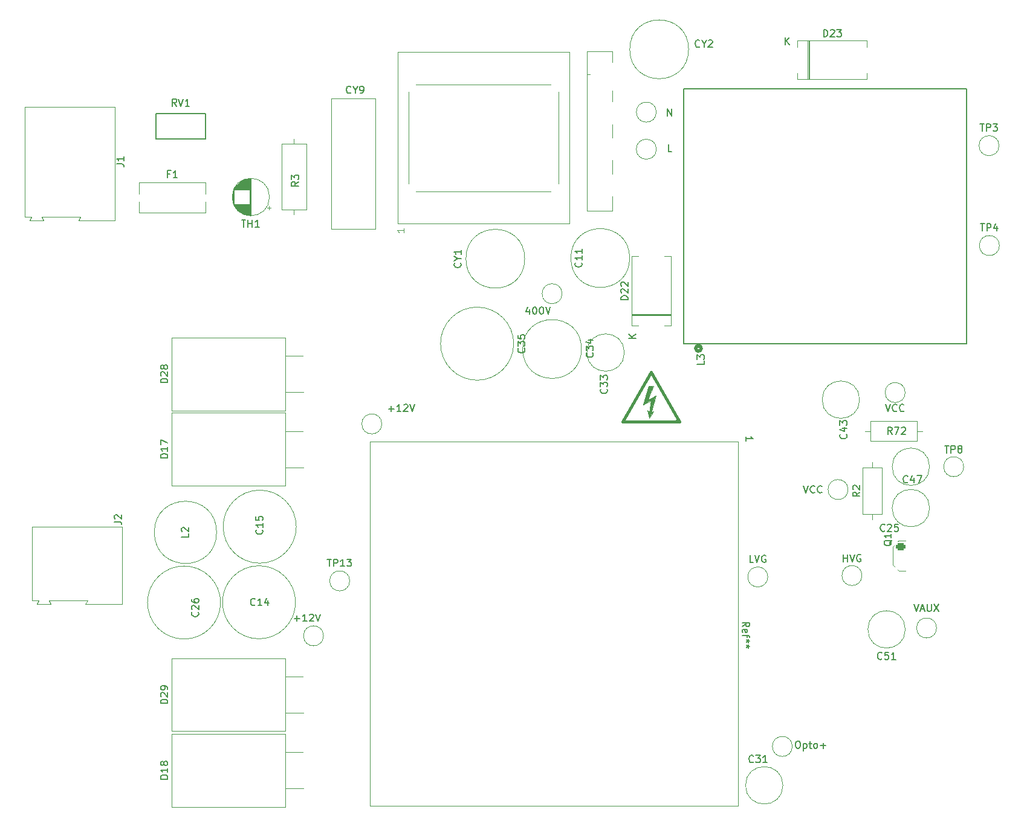
<source format=gto>
G04 #@! TF.GenerationSoftware,KiCad,Pcbnew,9.0.1*
G04 #@! TF.CreationDate,2025-07-18T15:32:59+03:00*
G04 #@! TF.ProjectId,AC-DC G__ kayna__,41432d44-4320-447f-9ce7-206b61796e61,rev?*
G04 #@! TF.SameCoordinates,Original*
G04 #@! TF.FileFunction,Legend,Top*
G04 #@! TF.FilePolarity,Positive*
%FSLAX46Y46*%
G04 Gerber Fmt 4.6, Leading zero omitted, Abs format (unit mm)*
G04 Created by KiCad (PCBNEW 9.0.1) date 2025-07-18 15:32:59*
%MOMM*%
%LPD*%
G01*
G04 APERTURE LIST*
G04 Aperture macros list*
%AMRoundRect*
0 Rectangle with rounded corners*
0 $1 Rounding radius*
0 $2 $3 $4 $5 $6 $7 $8 $9 X,Y pos of 4 corners*
0 Add a 4 corners polygon primitive as box body*
4,1,4,$2,$3,$4,$5,$6,$7,$8,$9,$2,$3,0*
0 Add four circle primitives for the rounded corners*
1,1,$1+$1,$2,$3*
1,1,$1+$1,$4,$5*
1,1,$1+$1,$6,$7*
1,1,$1+$1,$8,$9*
0 Add four rect primitives between the rounded corners*
20,1,$1+$1,$2,$3,$4,$5,0*
20,1,$1+$1,$4,$5,$6,$7,0*
20,1,$1+$1,$6,$7,$8,$9,0*
20,1,$1+$1,$8,$9,$2,$3,0*%
G04 Aperture macros list end*
%ADD10C,0.150000*%
%ADD11C,0.100000*%
%ADD12C,0.120000*%
%ADD13C,0.152400*%
%ADD14C,0.508000*%
%ADD15C,0.381000*%
%ADD16C,0.200000*%
%ADD17C,0.400000*%
%ADD18C,1.600000*%
%ADD19O,1.600000X1.600000*%
%ADD20C,2.000000*%
%ADD21C,3.500000*%
%ADD22R,2.000000X2.000000*%
%ADD23R,3.200000X3.200000*%
%ADD24C,3.200000*%
%ADD25O,3.200000X3.200000*%
%ADD26C,1.200000*%
%ADD27O,1.300000X1.050000*%
%ADD28RoundRect,0.249900X-0.400100X0.275100X-0.400100X-0.275100X0.400100X-0.275100X0.400100X0.275100X0*%
%ADD29C,2.400000*%
%ADD30R,1.600000X1.600000*%
%ADD31C,1.752600*%
%ADD32R,3.960000X1.980000*%
%ADD33O,3.960000X1.980000*%
%ADD34C,2.540000*%
G04 APERTURE END LIST*
D10*
X81154761Y-65454819D02*
X80821428Y-64978628D01*
X80583333Y-65454819D02*
X80583333Y-64454819D01*
X80583333Y-64454819D02*
X80964285Y-64454819D01*
X80964285Y-64454819D02*
X81059523Y-64502438D01*
X81059523Y-64502438D02*
X81107142Y-64550057D01*
X81107142Y-64550057D02*
X81154761Y-64645295D01*
X81154761Y-64645295D02*
X81154761Y-64788152D01*
X81154761Y-64788152D02*
X81107142Y-64883390D01*
X81107142Y-64883390D02*
X81059523Y-64931009D01*
X81059523Y-64931009D02*
X80964285Y-64978628D01*
X80964285Y-64978628D02*
X80583333Y-64978628D01*
X81440476Y-64454819D02*
X81773809Y-65454819D01*
X81773809Y-65454819D02*
X82107142Y-64454819D01*
X82964285Y-65454819D02*
X82392857Y-65454819D01*
X82678571Y-65454819D02*
X82678571Y-64454819D01*
X82678571Y-64454819D02*
X82583333Y-64597676D01*
X82583333Y-64597676D02*
X82488095Y-64692914D01*
X82488095Y-64692914D02*
X82392857Y-64740533D01*
X98254819Y-76066666D02*
X97778628Y-76399999D01*
X98254819Y-76638094D02*
X97254819Y-76638094D01*
X97254819Y-76638094D02*
X97254819Y-76257142D01*
X97254819Y-76257142D02*
X97302438Y-76161904D01*
X97302438Y-76161904D02*
X97350057Y-76114285D01*
X97350057Y-76114285D02*
X97445295Y-76066666D01*
X97445295Y-76066666D02*
X97588152Y-76066666D01*
X97588152Y-76066666D02*
X97683390Y-76114285D01*
X97683390Y-76114285D02*
X97731009Y-76161904D01*
X97731009Y-76161904D02*
X97778628Y-76257142D01*
X97778628Y-76257142D02*
X97778628Y-76638094D01*
X97254819Y-75733332D02*
X97254819Y-75114285D01*
X97254819Y-75114285D02*
X97635771Y-75447618D01*
X97635771Y-75447618D02*
X97635771Y-75304761D01*
X97635771Y-75304761D02*
X97683390Y-75209523D01*
X97683390Y-75209523D02*
X97731009Y-75161904D01*
X97731009Y-75161904D02*
X97826247Y-75114285D01*
X97826247Y-75114285D02*
X98064342Y-75114285D01*
X98064342Y-75114285D02*
X98159580Y-75161904D01*
X98159580Y-75161904D02*
X98207200Y-75209523D01*
X98207200Y-75209523D02*
X98254819Y-75304761D01*
X98254819Y-75304761D02*
X98254819Y-75590475D01*
X98254819Y-75590475D02*
X98207200Y-75685713D01*
X98207200Y-75685713D02*
X98159580Y-75733332D01*
X168966667Y-118654819D02*
X169300000Y-119654819D01*
X169300000Y-119654819D02*
X169633333Y-118654819D01*
X170538095Y-119559580D02*
X170490476Y-119607200D01*
X170490476Y-119607200D02*
X170347619Y-119654819D01*
X170347619Y-119654819D02*
X170252381Y-119654819D01*
X170252381Y-119654819D02*
X170109524Y-119607200D01*
X170109524Y-119607200D02*
X170014286Y-119511961D01*
X170014286Y-119511961D02*
X169966667Y-119416723D01*
X169966667Y-119416723D02*
X169919048Y-119226247D01*
X169919048Y-119226247D02*
X169919048Y-119083390D01*
X169919048Y-119083390D02*
X169966667Y-118892914D01*
X169966667Y-118892914D02*
X170014286Y-118797676D01*
X170014286Y-118797676D02*
X170109524Y-118702438D01*
X170109524Y-118702438D02*
X170252381Y-118654819D01*
X170252381Y-118654819D02*
X170347619Y-118654819D01*
X170347619Y-118654819D02*
X170490476Y-118702438D01*
X170490476Y-118702438D02*
X170538095Y-118750057D01*
X171538095Y-119559580D02*
X171490476Y-119607200D01*
X171490476Y-119607200D02*
X171347619Y-119654819D01*
X171347619Y-119654819D02*
X171252381Y-119654819D01*
X171252381Y-119654819D02*
X171109524Y-119607200D01*
X171109524Y-119607200D02*
X171014286Y-119511961D01*
X171014286Y-119511961D02*
X170966667Y-119416723D01*
X170966667Y-119416723D02*
X170919048Y-119226247D01*
X170919048Y-119226247D02*
X170919048Y-119083390D01*
X170919048Y-119083390D02*
X170966667Y-118892914D01*
X170966667Y-118892914D02*
X171014286Y-118797676D01*
X171014286Y-118797676D02*
X171109524Y-118702438D01*
X171109524Y-118702438D02*
X171252381Y-118654819D01*
X171252381Y-118654819D02*
X171347619Y-118654819D01*
X171347619Y-118654819D02*
X171490476Y-118702438D01*
X171490476Y-118702438D02*
X171538095Y-118750057D01*
X79909819Y-104214285D02*
X78909819Y-104214285D01*
X78909819Y-104214285D02*
X78909819Y-103976190D01*
X78909819Y-103976190D02*
X78957438Y-103833333D01*
X78957438Y-103833333D02*
X79052676Y-103738095D01*
X79052676Y-103738095D02*
X79147914Y-103690476D01*
X79147914Y-103690476D02*
X79338390Y-103642857D01*
X79338390Y-103642857D02*
X79481247Y-103642857D01*
X79481247Y-103642857D02*
X79671723Y-103690476D01*
X79671723Y-103690476D02*
X79766961Y-103738095D01*
X79766961Y-103738095D02*
X79862200Y-103833333D01*
X79862200Y-103833333D02*
X79909819Y-103976190D01*
X79909819Y-103976190D02*
X79909819Y-104214285D01*
X79005057Y-103261904D02*
X78957438Y-103214285D01*
X78957438Y-103214285D02*
X78909819Y-103119047D01*
X78909819Y-103119047D02*
X78909819Y-102880952D01*
X78909819Y-102880952D02*
X78957438Y-102785714D01*
X78957438Y-102785714D02*
X79005057Y-102738095D01*
X79005057Y-102738095D02*
X79100295Y-102690476D01*
X79100295Y-102690476D02*
X79195533Y-102690476D01*
X79195533Y-102690476D02*
X79338390Y-102738095D01*
X79338390Y-102738095D02*
X79909819Y-103309523D01*
X79909819Y-103309523D02*
X79909819Y-102690476D01*
X79338390Y-102119047D02*
X79290771Y-102214285D01*
X79290771Y-102214285D02*
X79243152Y-102261904D01*
X79243152Y-102261904D02*
X79147914Y-102309523D01*
X79147914Y-102309523D02*
X79100295Y-102309523D01*
X79100295Y-102309523D02*
X79005057Y-102261904D01*
X79005057Y-102261904D02*
X78957438Y-102214285D01*
X78957438Y-102214285D02*
X78909819Y-102119047D01*
X78909819Y-102119047D02*
X78909819Y-101928571D01*
X78909819Y-101928571D02*
X78957438Y-101833333D01*
X78957438Y-101833333D02*
X79005057Y-101785714D01*
X79005057Y-101785714D02*
X79100295Y-101738095D01*
X79100295Y-101738095D02*
X79147914Y-101738095D01*
X79147914Y-101738095D02*
X79243152Y-101785714D01*
X79243152Y-101785714D02*
X79290771Y-101833333D01*
X79290771Y-101833333D02*
X79338390Y-101928571D01*
X79338390Y-101928571D02*
X79338390Y-102119047D01*
X79338390Y-102119047D02*
X79386009Y-102214285D01*
X79386009Y-102214285D02*
X79433628Y-102261904D01*
X79433628Y-102261904D02*
X79528866Y-102309523D01*
X79528866Y-102309523D02*
X79719342Y-102309523D01*
X79719342Y-102309523D02*
X79814580Y-102261904D01*
X79814580Y-102261904D02*
X79862200Y-102214285D01*
X79862200Y-102214285D02*
X79909819Y-102119047D01*
X79909819Y-102119047D02*
X79909819Y-101928571D01*
X79909819Y-101928571D02*
X79862200Y-101833333D01*
X79862200Y-101833333D02*
X79814580Y-101785714D01*
X79814580Y-101785714D02*
X79719342Y-101738095D01*
X79719342Y-101738095D02*
X79528866Y-101738095D01*
X79528866Y-101738095D02*
X79433628Y-101785714D01*
X79433628Y-101785714D02*
X79386009Y-101833333D01*
X79386009Y-101833333D02*
X79338390Y-101928571D01*
X129859580Y-99392857D02*
X129907200Y-99440476D01*
X129907200Y-99440476D02*
X129954819Y-99583333D01*
X129954819Y-99583333D02*
X129954819Y-99678571D01*
X129954819Y-99678571D02*
X129907200Y-99821428D01*
X129907200Y-99821428D02*
X129811961Y-99916666D01*
X129811961Y-99916666D02*
X129716723Y-99964285D01*
X129716723Y-99964285D02*
X129526247Y-100011904D01*
X129526247Y-100011904D02*
X129383390Y-100011904D01*
X129383390Y-100011904D02*
X129192914Y-99964285D01*
X129192914Y-99964285D02*
X129097676Y-99916666D01*
X129097676Y-99916666D02*
X129002438Y-99821428D01*
X129002438Y-99821428D02*
X128954819Y-99678571D01*
X128954819Y-99678571D02*
X128954819Y-99583333D01*
X128954819Y-99583333D02*
X129002438Y-99440476D01*
X129002438Y-99440476D02*
X129050057Y-99392857D01*
X128954819Y-99059523D02*
X128954819Y-98440476D01*
X128954819Y-98440476D02*
X129335771Y-98773809D01*
X129335771Y-98773809D02*
X129335771Y-98630952D01*
X129335771Y-98630952D02*
X129383390Y-98535714D01*
X129383390Y-98535714D02*
X129431009Y-98488095D01*
X129431009Y-98488095D02*
X129526247Y-98440476D01*
X129526247Y-98440476D02*
X129764342Y-98440476D01*
X129764342Y-98440476D02*
X129859580Y-98488095D01*
X129859580Y-98488095D02*
X129907200Y-98535714D01*
X129907200Y-98535714D02*
X129954819Y-98630952D01*
X129954819Y-98630952D02*
X129954819Y-98916666D01*
X129954819Y-98916666D02*
X129907200Y-99011904D01*
X129907200Y-99011904D02*
X129859580Y-99059523D01*
X128954819Y-97535714D02*
X128954819Y-98011904D01*
X128954819Y-98011904D02*
X129431009Y-98059523D01*
X129431009Y-98059523D02*
X129383390Y-98011904D01*
X129383390Y-98011904D02*
X129335771Y-97916666D01*
X129335771Y-97916666D02*
X129335771Y-97678571D01*
X129335771Y-97678571D02*
X129383390Y-97583333D01*
X129383390Y-97583333D02*
X129431009Y-97535714D01*
X129431009Y-97535714D02*
X129526247Y-97488095D01*
X129526247Y-97488095D02*
X129764342Y-97488095D01*
X129764342Y-97488095D02*
X129859580Y-97535714D01*
X129859580Y-97535714D02*
X129907200Y-97583333D01*
X129907200Y-97583333D02*
X129954819Y-97678571D01*
X129954819Y-97678571D02*
X129954819Y-97916666D01*
X129954819Y-97916666D02*
X129907200Y-98011904D01*
X129907200Y-98011904D02*
X129859580Y-98059523D01*
D11*
X113022419Y-82572306D02*
X113022419Y-83143734D01*
X113022419Y-82858020D02*
X112022419Y-82858020D01*
X112022419Y-82858020D02*
X112165276Y-82953258D01*
X112165276Y-82953258D02*
X112260514Y-83048496D01*
X112260514Y-83048496D02*
X112308133Y-83143734D01*
D10*
X79909819Y-159769285D02*
X78909819Y-159769285D01*
X78909819Y-159769285D02*
X78909819Y-159531190D01*
X78909819Y-159531190D02*
X78957438Y-159388333D01*
X78957438Y-159388333D02*
X79052676Y-159293095D01*
X79052676Y-159293095D02*
X79147914Y-159245476D01*
X79147914Y-159245476D02*
X79338390Y-159197857D01*
X79338390Y-159197857D02*
X79481247Y-159197857D01*
X79481247Y-159197857D02*
X79671723Y-159245476D01*
X79671723Y-159245476D02*
X79766961Y-159293095D01*
X79766961Y-159293095D02*
X79862200Y-159388333D01*
X79862200Y-159388333D02*
X79909819Y-159531190D01*
X79909819Y-159531190D02*
X79909819Y-159769285D01*
X79909819Y-158245476D02*
X79909819Y-158816904D01*
X79909819Y-158531190D02*
X78909819Y-158531190D01*
X78909819Y-158531190D02*
X79052676Y-158626428D01*
X79052676Y-158626428D02*
X79147914Y-158721666D01*
X79147914Y-158721666D02*
X79195533Y-158816904D01*
X79338390Y-157674047D02*
X79290771Y-157769285D01*
X79290771Y-157769285D02*
X79243152Y-157816904D01*
X79243152Y-157816904D02*
X79147914Y-157864523D01*
X79147914Y-157864523D02*
X79100295Y-157864523D01*
X79100295Y-157864523D02*
X79005057Y-157816904D01*
X79005057Y-157816904D02*
X78957438Y-157769285D01*
X78957438Y-157769285D02*
X78909819Y-157674047D01*
X78909819Y-157674047D02*
X78909819Y-157483571D01*
X78909819Y-157483571D02*
X78957438Y-157388333D01*
X78957438Y-157388333D02*
X79005057Y-157340714D01*
X79005057Y-157340714D02*
X79100295Y-157293095D01*
X79100295Y-157293095D02*
X79147914Y-157293095D01*
X79147914Y-157293095D02*
X79243152Y-157340714D01*
X79243152Y-157340714D02*
X79290771Y-157388333D01*
X79290771Y-157388333D02*
X79338390Y-157483571D01*
X79338390Y-157483571D02*
X79338390Y-157674047D01*
X79338390Y-157674047D02*
X79386009Y-157769285D01*
X79386009Y-157769285D02*
X79433628Y-157816904D01*
X79433628Y-157816904D02*
X79528866Y-157864523D01*
X79528866Y-157864523D02*
X79719342Y-157864523D01*
X79719342Y-157864523D02*
X79814580Y-157816904D01*
X79814580Y-157816904D02*
X79862200Y-157769285D01*
X79862200Y-157769285D02*
X79909819Y-157674047D01*
X79909819Y-157674047D02*
X79909819Y-157483571D01*
X79909819Y-157483571D02*
X79862200Y-157388333D01*
X79862200Y-157388333D02*
X79814580Y-157340714D01*
X79814580Y-157340714D02*
X79719342Y-157293095D01*
X79719342Y-157293095D02*
X79528866Y-157293095D01*
X79528866Y-157293095D02*
X79433628Y-157340714D01*
X79433628Y-157340714D02*
X79386009Y-157388333D01*
X79386009Y-157388333D02*
X79338390Y-157483571D01*
X144384819Y-92594285D02*
X143384819Y-92594285D01*
X143384819Y-92594285D02*
X143384819Y-92356190D01*
X143384819Y-92356190D02*
X143432438Y-92213333D01*
X143432438Y-92213333D02*
X143527676Y-92118095D01*
X143527676Y-92118095D02*
X143622914Y-92070476D01*
X143622914Y-92070476D02*
X143813390Y-92022857D01*
X143813390Y-92022857D02*
X143956247Y-92022857D01*
X143956247Y-92022857D02*
X144146723Y-92070476D01*
X144146723Y-92070476D02*
X144241961Y-92118095D01*
X144241961Y-92118095D02*
X144337200Y-92213333D01*
X144337200Y-92213333D02*
X144384819Y-92356190D01*
X144384819Y-92356190D02*
X144384819Y-92594285D01*
X143480057Y-91641904D02*
X143432438Y-91594285D01*
X143432438Y-91594285D02*
X143384819Y-91499047D01*
X143384819Y-91499047D02*
X143384819Y-91260952D01*
X143384819Y-91260952D02*
X143432438Y-91165714D01*
X143432438Y-91165714D02*
X143480057Y-91118095D01*
X143480057Y-91118095D02*
X143575295Y-91070476D01*
X143575295Y-91070476D02*
X143670533Y-91070476D01*
X143670533Y-91070476D02*
X143813390Y-91118095D01*
X143813390Y-91118095D02*
X144384819Y-91689523D01*
X144384819Y-91689523D02*
X144384819Y-91070476D01*
X143480057Y-90689523D02*
X143432438Y-90641904D01*
X143432438Y-90641904D02*
X143384819Y-90546666D01*
X143384819Y-90546666D02*
X143384819Y-90308571D01*
X143384819Y-90308571D02*
X143432438Y-90213333D01*
X143432438Y-90213333D02*
X143480057Y-90165714D01*
X143480057Y-90165714D02*
X143575295Y-90118095D01*
X143575295Y-90118095D02*
X143670533Y-90118095D01*
X143670533Y-90118095D02*
X143813390Y-90165714D01*
X143813390Y-90165714D02*
X144384819Y-90737142D01*
X144384819Y-90737142D02*
X144384819Y-90118095D01*
X145504819Y-97991904D02*
X144504819Y-97991904D01*
X145504819Y-97420476D02*
X144933390Y-97849047D01*
X144504819Y-97420476D02*
X145076247Y-97991904D01*
X120909580Y-87445238D02*
X120957200Y-87492857D01*
X120957200Y-87492857D02*
X121004819Y-87635714D01*
X121004819Y-87635714D02*
X121004819Y-87730952D01*
X121004819Y-87730952D02*
X120957200Y-87873809D01*
X120957200Y-87873809D02*
X120861961Y-87969047D01*
X120861961Y-87969047D02*
X120766723Y-88016666D01*
X120766723Y-88016666D02*
X120576247Y-88064285D01*
X120576247Y-88064285D02*
X120433390Y-88064285D01*
X120433390Y-88064285D02*
X120242914Y-88016666D01*
X120242914Y-88016666D02*
X120147676Y-87969047D01*
X120147676Y-87969047D02*
X120052438Y-87873809D01*
X120052438Y-87873809D02*
X120004819Y-87730952D01*
X120004819Y-87730952D02*
X120004819Y-87635714D01*
X120004819Y-87635714D02*
X120052438Y-87492857D01*
X120052438Y-87492857D02*
X120100057Y-87445238D01*
X120528628Y-86826190D02*
X121004819Y-86826190D01*
X120004819Y-87159523D02*
X120528628Y-86826190D01*
X120528628Y-86826190D02*
X120004819Y-86492857D01*
X121004819Y-85635714D02*
X121004819Y-86207142D01*
X121004819Y-85921428D02*
X120004819Y-85921428D01*
X120004819Y-85921428D02*
X120147676Y-86016666D01*
X120147676Y-86016666D02*
X120242914Y-86111904D01*
X120242914Y-86111904D02*
X120290533Y-86207142D01*
X180357142Y-124959580D02*
X180309523Y-125007200D01*
X180309523Y-125007200D02*
X180166666Y-125054819D01*
X180166666Y-125054819D02*
X180071428Y-125054819D01*
X180071428Y-125054819D02*
X179928571Y-125007200D01*
X179928571Y-125007200D02*
X179833333Y-124911961D01*
X179833333Y-124911961D02*
X179785714Y-124816723D01*
X179785714Y-124816723D02*
X179738095Y-124626247D01*
X179738095Y-124626247D02*
X179738095Y-124483390D01*
X179738095Y-124483390D02*
X179785714Y-124292914D01*
X179785714Y-124292914D02*
X179833333Y-124197676D01*
X179833333Y-124197676D02*
X179928571Y-124102438D01*
X179928571Y-124102438D02*
X180071428Y-124054819D01*
X180071428Y-124054819D02*
X180166666Y-124054819D01*
X180166666Y-124054819D02*
X180309523Y-124102438D01*
X180309523Y-124102438D02*
X180357142Y-124150057D01*
X180738095Y-124150057D02*
X180785714Y-124102438D01*
X180785714Y-124102438D02*
X180880952Y-124054819D01*
X180880952Y-124054819D02*
X181119047Y-124054819D01*
X181119047Y-124054819D02*
X181214285Y-124102438D01*
X181214285Y-124102438D02*
X181261904Y-124150057D01*
X181261904Y-124150057D02*
X181309523Y-124245295D01*
X181309523Y-124245295D02*
X181309523Y-124340533D01*
X181309523Y-124340533D02*
X181261904Y-124483390D01*
X181261904Y-124483390D02*
X180690476Y-125054819D01*
X180690476Y-125054819D02*
X181309523Y-125054819D01*
X182214285Y-124054819D02*
X181738095Y-124054819D01*
X181738095Y-124054819D02*
X181690476Y-124531009D01*
X181690476Y-124531009D02*
X181738095Y-124483390D01*
X181738095Y-124483390D02*
X181833333Y-124435771D01*
X181833333Y-124435771D02*
X182071428Y-124435771D01*
X182071428Y-124435771D02*
X182166666Y-124483390D01*
X182166666Y-124483390D02*
X182214285Y-124531009D01*
X182214285Y-124531009D02*
X182261904Y-124626247D01*
X182261904Y-124626247D02*
X182261904Y-124864342D01*
X182261904Y-124864342D02*
X182214285Y-124959580D01*
X182214285Y-124959580D02*
X182166666Y-125007200D01*
X182166666Y-125007200D02*
X182071428Y-125054819D01*
X182071428Y-125054819D02*
X181833333Y-125054819D01*
X181833333Y-125054819D02*
X181738095Y-125007200D01*
X181738095Y-125007200D02*
X181690476Y-124959580D01*
X93159580Y-124842857D02*
X93207200Y-124890476D01*
X93207200Y-124890476D02*
X93254819Y-125033333D01*
X93254819Y-125033333D02*
X93254819Y-125128571D01*
X93254819Y-125128571D02*
X93207200Y-125271428D01*
X93207200Y-125271428D02*
X93111961Y-125366666D01*
X93111961Y-125366666D02*
X93016723Y-125414285D01*
X93016723Y-125414285D02*
X92826247Y-125461904D01*
X92826247Y-125461904D02*
X92683390Y-125461904D01*
X92683390Y-125461904D02*
X92492914Y-125414285D01*
X92492914Y-125414285D02*
X92397676Y-125366666D01*
X92397676Y-125366666D02*
X92302438Y-125271428D01*
X92302438Y-125271428D02*
X92254819Y-125128571D01*
X92254819Y-125128571D02*
X92254819Y-125033333D01*
X92254819Y-125033333D02*
X92302438Y-124890476D01*
X92302438Y-124890476D02*
X92350057Y-124842857D01*
X93254819Y-123890476D02*
X93254819Y-124461904D01*
X93254819Y-124176190D02*
X92254819Y-124176190D01*
X92254819Y-124176190D02*
X92397676Y-124271428D01*
X92397676Y-124271428D02*
X92492914Y-124366666D01*
X92492914Y-124366666D02*
X92540533Y-124461904D01*
X92254819Y-122985714D02*
X92254819Y-123461904D01*
X92254819Y-123461904D02*
X92731009Y-123509523D01*
X92731009Y-123509523D02*
X92683390Y-123461904D01*
X92683390Y-123461904D02*
X92635771Y-123366666D01*
X92635771Y-123366666D02*
X92635771Y-123128571D01*
X92635771Y-123128571D02*
X92683390Y-123033333D01*
X92683390Y-123033333D02*
X92731009Y-122985714D01*
X92731009Y-122985714D02*
X92826247Y-122938095D01*
X92826247Y-122938095D02*
X93064342Y-122938095D01*
X93064342Y-122938095D02*
X93159580Y-122985714D01*
X93159580Y-122985714D02*
X93207200Y-123033333D01*
X93207200Y-123033333D02*
X93254819Y-123128571D01*
X93254819Y-123128571D02*
X93254819Y-123366666D01*
X93254819Y-123366666D02*
X93207200Y-123461904D01*
X93207200Y-123461904D02*
X93159580Y-123509523D01*
X79909819Y-149169285D02*
X78909819Y-149169285D01*
X78909819Y-149169285D02*
X78909819Y-148931190D01*
X78909819Y-148931190D02*
X78957438Y-148788333D01*
X78957438Y-148788333D02*
X79052676Y-148693095D01*
X79052676Y-148693095D02*
X79147914Y-148645476D01*
X79147914Y-148645476D02*
X79338390Y-148597857D01*
X79338390Y-148597857D02*
X79481247Y-148597857D01*
X79481247Y-148597857D02*
X79671723Y-148645476D01*
X79671723Y-148645476D02*
X79766961Y-148693095D01*
X79766961Y-148693095D02*
X79862200Y-148788333D01*
X79862200Y-148788333D02*
X79909819Y-148931190D01*
X79909819Y-148931190D02*
X79909819Y-149169285D01*
X79005057Y-148216904D02*
X78957438Y-148169285D01*
X78957438Y-148169285D02*
X78909819Y-148074047D01*
X78909819Y-148074047D02*
X78909819Y-147835952D01*
X78909819Y-147835952D02*
X78957438Y-147740714D01*
X78957438Y-147740714D02*
X79005057Y-147693095D01*
X79005057Y-147693095D02*
X79100295Y-147645476D01*
X79100295Y-147645476D02*
X79195533Y-147645476D01*
X79195533Y-147645476D02*
X79338390Y-147693095D01*
X79338390Y-147693095D02*
X79909819Y-148264523D01*
X79909819Y-148264523D02*
X79909819Y-147645476D01*
X79909819Y-147169285D02*
X79909819Y-146978809D01*
X79909819Y-146978809D02*
X79862200Y-146883571D01*
X79862200Y-146883571D02*
X79814580Y-146835952D01*
X79814580Y-146835952D02*
X79671723Y-146740714D01*
X79671723Y-146740714D02*
X79481247Y-146693095D01*
X79481247Y-146693095D02*
X79100295Y-146693095D01*
X79100295Y-146693095D02*
X79005057Y-146740714D01*
X79005057Y-146740714D02*
X78957438Y-146788333D01*
X78957438Y-146788333D02*
X78909819Y-146883571D01*
X78909819Y-146883571D02*
X78909819Y-147074047D01*
X78909819Y-147074047D02*
X78957438Y-147169285D01*
X78957438Y-147169285D02*
X79005057Y-147216904D01*
X79005057Y-147216904D02*
X79100295Y-147264523D01*
X79100295Y-147264523D02*
X79338390Y-147264523D01*
X79338390Y-147264523D02*
X79433628Y-147216904D01*
X79433628Y-147216904D02*
X79481247Y-147169285D01*
X79481247Y-147169285D02*
X79528866Y-147074047D01*
X79528866Y-147074047D02*
X79528866Y-146883571D01*
X79528866Y-146883571D02*
X79481247Y-146788333D01*
X79481247Y-146788333D02*
X79433628Y-146740714D01*
X79433628Y-146740714D02*
X79338390Y-146693095D01*
X139414580Y-100047857D02*
X139462200Y-100095476D01*
X139462200Y-100095476D02*
X139509819Y-100238333D01*
X139509819Y-100238333D02*
X139509819Y-100333571D01*
X139509819Y-100333571D02*
X139462200Y-100476428D01*
X139462200Y-100476428D02*
X139366961Y-100571666D01*
X139366961Y-100571666D02*
X139271723Y-100619285D01*
X139271723Y-100619285D02*
X139081247Y-100666904D01*
X139081247Y-100666904D02*
X138938390Y-100666904D01*
X138938390Y-100666904D02*
X138747914Y-100619285D01*
X138747914Y-100619285D02*
X138652676Y-100571666D01*
X138652676Y-100571666D02*
X138557438Y-100476428D01*
X138557438Y-100476428D02*
X138509819Y-100333571D01*
X138509819Y-100333571D02*
X138509819Y-100238333D01*
X138509819Y-100238333D02*
X138557438Y-100095476D01*
X138557438Y-100095476D02*
X138605057Y-100047857D01*
X138509819Y-99714523D02*
X138509819Y-99095476D01*
X138509819Y-99095476D02*
X138890771Y-99428809D01*
X138890771Y-99428809D02*
X138890771Y-99285952D01*
X138890771Y-99285952D02*
X138938390Y-99190714D01*
X138938390Y-99190714D02*
X138986009Y-99143095D01*
X138986009Y-99143095D02*
X139081247Y-99095476D01*
X139081247Y-99095476D02*
X139319342Y-99095476D01*
X139319342Y-99095476D02*
X139414580Y-99143095D01*
X139414580Y-99143095D02*
X139462200Y-99190714D01*
X139462200Y-99190714D02*
X139509819Y-99285952D01*
X139509819Y-99285952D02*
X139509819Y-99571666D01*
X139509819Y-99571666D02*
X139462200Y-99666904D01*
X139462200Y-99666904D02*
X139414580Y-99714523D01*
X138843152Y-98238333D02*
X139509819Y-98238333D01*
X138462200Y-98476428D02*
X139176485Y-98714523D01*
X139176485Y-98714523D02*
X139176485Y-98095476D01*
X80216666Y-74981009D02*
X79883333Y-74981009D01*
X79883333Y-75504819D02*
X79883333Y-74504819D01*
X79883333Y-74504819D02*
X80359523Y-74504819D01*
X81264285Y-75504819D02*
X80692857Y-75504819D01*
X80978571Y-75504819D02*
X80978571Y-74504819D01*
X80978571Y-74504819D02*
X80883333Y-74647676D01*
X80883333Y-74647676D02*
X80788095Y-74742914D01*
X80788095Y-74742914D02*
X80692857Y-74790533D01*
X79909819Y-114754285D02*
X78909819Y-114754285D01*
X78909819Y-114754285D02*
X78909819Y-114516190D01*
X78909819Y-114516190D02*
X78957438Y-114373333D01*
X78957438Y-114373333D02*
X79052676Y-114278095D01*
X79052676Y-114278095D02*
X79147914Y-114230476D01*
X79147914Y-114230476D02*
X79338390Y-114182857D01*
X79338390Y-114182857D02*
X79481247Y-114182857D01*
X79481247Y-114182857D02*
X79671723Y-114230476D01*
X79671723Y-114230476D02*
X79766961Y-114278095D01*
X79766961Y-114278095D02*
X79862200Y-114373333D01*
X79862200Y-114373333D02*
X79909819Y-114516190D01*
X79909819Y-114516190D02*
X79909819Y-114754285D01*
X79909819Y-113230476D02*
X79909819Y-113801904D01*
X79909819Y-113516190D02*
X78909819Y-113516190D01*
X78909819Y-113516190D02*
X79052676Y-113611428D01*
X79052676Y-113611428D02*
X79147914Y-113706666D01*
X79147914Y-113706666D02*
X79195533Y-113801904D01*
X78909819Y-112897142D02*
X78909819Y-112230476D01*
X78909819Y-112230476D02*
X79909819Y-112659047D01*
X181350057Y-126295238D02*
X181302438Y-126390476D01*
X181302438Y-126390476D02*
X181207200Y-126485714D01*
X181207200Y-126485714D02*
X181064342Y-126628571D01*
X181064342Y-126628571D02*
X181016723Y-126723809D01*
X181016723Y-126723809D02*
X181016723Y-126819047D01*
X181254819Y-126771428D02*
X181207200Y-126866666D01*
X181207200Y-126866666D02*
X181111961Y-126961904D01*
X181111961Y-126961904D02*
X180921485Y-127009523D01*
X180921485Y-127009523D02*
X180588152Y-127009523D01*
X180588152Y-127009523D02*
X180397676Y-126961904D01*
X180397676Y-126961904D02*
X180302438Y-126866666D01*
X180302438Y-126866666D02*
X180254819Y-126771428D01*
X180254819Y-126771428D02*
X180254819Y-126580952D01*
X180254819Y-126580952D02*
X180302438Y-126485714D01*
X180302438Y-126485714D02*
X180397676Y-126390476D01*
X180397676Y-126390476D02*
X180588152Y-126342857D01*
X180588152Y-126342857D02*
X180921485Y-126342857D01*
X180921485Y-126342857D02*
X181111961Y-126390476D01*
X181111961Y-126390476D02*
X181207200Y-126485714D01*
X181207200Y-126485714D02*
X181254819Y-126580952D01*
X181254819Y-126580952D02*
X181254819Y-126771428D01*
X181254819Y-125390476D02*
X181254819Y-125961904D01*
X181254819Y-125676190D02*
X180254819Y-125676190D01*
X180254819Y-125676190D02*
X180397676Y-125771428D01*
X180397676Y-125771428D02*
X180492914Y-125866666D01*
X180492914Y-125866666D02*
X180540533Y-125961904D01*
X92157142Y-135359580D02*
X92109523Y-135407200D01*
X92109523Y-135407200D02*
X91966666Y-135454819D01*
X91966666Y-135454819D02*
X91871428Y-135454819D01*
X91871428Y-135454819D02*
X91728571Y-135407200D01*
X91728571Y-135407200D02*
X91633333Y-135311961D01*
X91633333Y-135311961D02*
X91585714Y-135216723D01*
X91585714Y-135216723D02*
X91538095Y-135026247D01*
X91538095Y-135026247D02*
X91538095Y-134883390D01*
X91538095Y-134883390D02*
X91585714Y-134692914D01*
X91585714Y-134692914D02*
X91633333Y-134597676D01*
X91633333Y-134597676D02*
X91728571Y-134502438D01*
X91728571Y-134502438D02*
X91871428Y-134454819D01*
X91871428Y-134454819D02*
X91966666Y-134454819D01*
X91966666Y-134454819D02*
X92109523Y-134502438D01*
X92109523Y-134502438D02*
X92157142Y-134550057D01*
X93109523Y-135454819D02*
X92538095Y-135454819D01*
X92823809Y-135454819D02*
X92823809Y-134454819D01*
X92823809Y-134454819D02*
X92728571Y-134597676D01*
X92728571Y-134597676D02*
X92633333Y-134692914D01*
X92633333Y-134692914D02*
X92538095Y-134740533D01*
X93966666Y-134788152D02*
X93966666Y-135454819D01*
X93728571Y-134407200D02*
X93490476Y-135121485D01*
X93490476Y-135121485D02*
X94109523Y-135121485D01*
X84159580Y-136377857D02*
X84207200Y-136425476D01*
X84207200Y-136425476D02*
X84254819Y-136568333D01*
X84254819Y-136568333D02*
X84254819Y-136663571D01*
X84254819Y-136663571D02*
X84207200Y-136806428D01*
X84207200Y-136806428D02*
X84111961Y-136901666D01*
X84111961Y-136901666D02*
X84016723Y-136949285D01*
X84016723Y-136949285D02*
X83826247Y-136996904D01*
X83826247Y-136996904D02*
X83683390Y-136996904D01*
X83683390Y-136996904D02*
X83492914Y-136949285D01*
X83492914Y-136949285D02*
X83397676Y-136901666D01*
X83397676Y-136901666D02*
X83302438Y-136806428D01*
X83302438Y-136806428D02*
X83254819Y-136663571D01*
X83254819Y-136663571D02*
X83254819Y-136568333D01*
X83254819Y-136568333D02*
X83302438Y-136425476D01*
X83302438Y-136425476D02*
X83350057Y-136377857D01*
X83350057Y-135996904D02*
X83302438Y-135949285D01*
X83302438Y-135949285D02*
X83254819Y-135854047D01*
X83254819Y-135854047D02*
X83254819Y-135615952D01*
X83254819Y-135615952D02*
X83302438Y-135520714D01*
X83302438Y-135520714D02*
X83350057Y-135473095D01*
X83350057Y-135473095D02*
X83445295Y-135425476D01*
X83445295Y-135425476D02*
X83540533Y-135425476D01*
X83540533Y-135425476D02*
X83683390Y-135473095D01*
X83683390Y-135473095D02*
X84254819Y-136044523D01*
X84254819Y-136044523D02*
X84254819Y-135425476D01*
X83254819Y-134568333D02*
X83254819Y-134758809D01*
X83254819Y-134758809D02*
X83302438Y-134854047D01*
X83302438Y-134854047D02*
X83350057Y-134901666D01*
X83350057Y-134901666D02*
X83492914Y-134996904D01*
X83492914Y-134996904D02*
X83683390Y-135044523D01*
X83683390Y-135044523D02*
X84064342Y-135044523D01*
X84064342Y-135044523D02*
X84159580Y-134996904D01*
X84159580Y-134996904D02*
X84207200Y-134949285D01*
X84207200Y-134949285D02*
X84254819Y-134854047D01*
X84254819Y-134854047D02*
X84254819Y-134663571D01*
X84254819Y-134663571D02*
X84207200Y-134568333D01*
X84207200Y-134568333D02*
X84159580Y-134520714D01*
X84159580Y-134520714D02*
X84064342Y-134473095D01*
X84064342Y-134473095D02*
X83826247Y-134473095D01*
X83826247Y-134473095D02*
X83731009Y-134520714D01*
X83731009Y-134520714D02*
X83683390Y-134568333D01*
X83683390Y-134568333D02*
X83635771Y-134663571D01*
X83635771Y-134663571D02*
X83635771Y-134854047D01*
X83635771Y-134854047D02*
X83683390Y-134949285D01*
X83683390Y-134949285D02*
X83731009Y-134996904D01*
X83731009Y-134996904D02*
X83826247Y-135044523D01*
X161957142Y-157359580D02*
X161909523Y-157407200D01*
X161909523Y-157407200D02*
X161766666Y-157454819D01*
X161766666Y-157454819D02*
X161671428Y-157454819D01*
X161671428Y-157454819D02*
X161528571Y-157407200D01*
X161528571Y-157407200D02*
X161433333Y-157311961D01*
X161433333Y-157311961D02*
X161385714Y-157216723D01*
X161385714Y-157216723D02*
X161338095Y-157026247D01*
X161338095Y-157026247D02*
X161338095Y-156883390D01*
X161338095Y-156883390D02*
X161385714Y-156692914D01*
X161385714Y-156692914D02*
X161433333Y-156597676D01*
X161433333Y-156597676D02*
X161528571Y-156502438D01*
X161528571Y-156502438D02*
X161671428Y-156454819D01*
X161671428Y-156454819D02*
X161766666Y-156454819D01*
X161766666Y-156454819D02*
X161909523Y-156502438D01*
X161909523Y-156502438D02*
X161957142Y-156550057D01*
X162290476Y-156454819D02*
X162909523Y-156454819D01*
X162909523Y-156454819D02*
X162576190Y-156835771D01*
X162576190Y-156835771D02*
X162719047Y-156835771D01*
X162719047Y-156835771D02*
X162814285Y-156883390D01*
X162814285Y-156883390D02*
X162861904Y-156931009D01*
X162861904Y-156931009D02*
X162909523Y-157026247D01*
X162909523Y-157026247D02*
X162909523Y-157264342D01*
X162909523Y-157264342D02*
X162861904Y-157359580D01*
X162861904Y-157359580D02*
X162814285Y-157407200D01*
X162814285Y-157407200D02*
X162719047Y-157454819D01*
X162719047Y-157454819D02*
X162433333Y-157454819D01*
X162433333Y-157454819D02*
X162338095Y-157407200D01*
X162338095Y-157407200D02*
X162290476Y-157359580D01*
X163861904Y-157454819D02*
X163290476Y-157454819D01*
X163576190Y-157454819D02*
X163576190Y-156454819D01*
X163576190Y-156454819D02*
X163480952Y-156597676D01*
X163480952Y-156597676D02*
X163385714Y-156692914D01*
X163385714Y-156692914D02*
X163290476Y-156740533D01*
X137859580Y-87392857D02*
X137907200Y-87440476D01*
X137907200Y-87440476D02*
X137954819Y-87583333D01*
X137954819Y-87583333D02*
X137954819Y-87678571D01*
X137954819Y-87678571D02*
X137907200Y-87821428D01*
X137907200Y-87821428D02*
X137811961Y-87916666D01*
X137811961Y-87916666D02*
X137716723Y-87964285D01*
X137716723Y-87964285D02*
X137526247Y-88011904D01*
X137526247Y-88011904D02*
X137383390Y-88011904D01*
X137383390Y-88011904D02*
X137192914Y-87964285D01*
X137192914Y-87964285D02*
X137097676Y-87916666D01*
X137097676Y-87916666D02*
X137002438Y-87821428D01*
X137002438Y-87821428D02*
X136954819Y-87678571D01*
X136954819Y-87678571D02*
X136954819Y-87583333D01*
X136954819Y-87583333D02*
X137002438Y-87440476D01*
X137002438Y-87440476D02*
X137050057Y-87392857D01*
X137954819Y-86440476D02*
X137954819Y-87011904D01*
X137954819Y-86726190D02*
X136954819Y-86726190D01*
X136954819Y-86726190D02*
X137097676Y-86821428D01*
X137097676Y-86821428D02*
X137192914Y-86916666D01*
X137192914Y-86916666D02*
X137240533Y-87011904D01*
X137954819Y-85488095D02*
X137954819Y-86059523D01*
X137954819Y-85773809D02*
X136954819Y-85773809D01*
X136954819Y-85773809D02*
X137097676Y-85869047D01*
X137097676Y-85869047D02*
X137192914Y-85964285D01*
X137192914Y-85964285D02*
X137240533Y-86059523D01*
X183557142Y-118159580D02*
X183509523Y-118207200D01*
X183509523Y-118207200D02*
X183366666Y-118254819D01*
X183366666Y-118254819D02*
X183271428Y-118254819D01*
X183271428Y-118254819D02*
X183128571Y-118207200D01*
X183128571Y-118207200D02*
X183033333Y-118111961D01*
X183033333Y-118111961D02*
X182985714Y-118016723D01*
X182985714Y-118016723D02*
X182938095Y-117826247D01*
X182938095Y-117826247D02*
X182938095Y-117683390D01*
X182938095Y-117683390D02*
X182985714Y-117492914D01*
X182985714Y-117492914D02*
X183033333Y-117397676D01*
X183033333Y-117397676D02*
X183128571Y-117302438D01*
X183128571Y-117302438D02*
X183271428Y-117254819D01*
X183271428Y-117254819D02*
X183366666Y-117254819D01*
X183366666Y-117254819D02*
X183509523Y-117302438D01*
X183509523Y-117302438D02*
X183557142Y-117350057D01*
X184414285Y-117588152D02*
X184414285Y-118254819D01*
X184176190Y-117207200D02*
X183938095Y-117921485D01*
X183938095Y-117921485D02*
X184557142Y-117921485D01*
X184842857Y-117254819D02*
X185509523Y-117254819D01*
X185509523Y-117254819D02*
X185080952Y-118254819D01*
X188738095Y-113054819D02*
X189309523Y-113054819D01*
X189023809Y-114054819D02*
X189023809Y-113054819D01*
X189642857Y-114054819D02*
X189642857Y-113054819D01*
X189642857Y-113054819D02*
X190023809Y-113054819D01*
X190023809Y-113054819D02*
X190119047Y-113102438D01*
X190119047Y-113102438D02*
X190166666Y-113150057D01*
X190166666Y-113150057D02*
X190214285Y-113245295D01*
X190214285Y-113245295D02*
X190214285Y-113388152D01*
X190214285Y-113388152D02*
X190166666Y-113483390D01*
X190166666Y-113483390D02*
X190119047Y-113531009D01*
X190119047Y-113531009D02*
X190023809Y-113578628D01*
X190023809Y-113578628D02*
X189642857Y-113578628D01*
X190785714Y-113483390D02*
X190690476Y-113435771D01*
X190690476Y-113435771D02*
X190642857Y-113388152D01*
X190642857Y-113388152D02*
X190595238Y-113292914D01*
X190595238Y-113292914D02*
X190595238Y-113245295D01*
X190595238Y-113245295D02*
X190642857Y-113150057D01*
X190642857Y-113150057D02*
X190690476Y-113102438D01*
X190690476Y-113102438D02*
X190785714Y-113054819D01*
X190785714Y-113054819D02*
X190976190Y-113054819D01*
X190976190Y-113054819D02*
X191071428Y-113102438D01*
X191071428Y-113102438D02*
X191119047Y-113150057D01*
X191119047Y-113150057D02*
X191166666Y-113245295D01*
X191166666Y-113245295D02*
X191166666Y-113292914D01*
X191166666Y-113292914D02*
X191119047Y-113388152D01*
X191119047Y-113388152D02*
X191071428Y-113435771D01*
X191071428Y-113435771D02*
X190976190Y-113483390D01*
X190976190Y-113483390D02*
X190785714Y-113483390D01*
X190785714Y-113483390D02*
X190690476Y-113531009D01*
X190690476Y-113531009D02*
X190642857Y-113578628D01*
X190642857Y-113578628D02*
X190595238Y-113673866D01*
X190595238Y-113673866D02*
X190595238Y-113864342D01*
X190595238Y-113864342D02*
X190642857Y-113959580D01*
X190642857Y-113959580D02*
X190690476Y-114007200D01*
X190690476Y-114007200D02*
X190785714Y-114054819D01*
X190785714Y-114054819D02*
X190976190Y-114054819D01*
X190976190Y-114054819D02*
X191071428Y-114007200D01*
X191071428Y-114007200D02*
X191119047Y-113959580D01*
X191119047Y-113959580D02*
X191166666Y-113864342D01*
X191166666Y-113864342D02*
X191166666Y-113673866D01*
X191166666Y-113673866D02*
X191119047Y-113578628D01*
X191119047Y-113578628D02*
X191071428Y-113531009D01*
X191071428Y-113531009D02*
X190976190Y-113483390D01*
X105554761Y-63559580D02*
X105507142Y-63607200D01*
X105507142Y-63607200D02*
X105364285Y-63654819D01*
X105364285Y-63654819D02*
X105269047Y-63654819D01*
X105269047Y-63654819D02*
X105126190Y-63607200D01*
X105126190Y-63607200D02*
X105030952Y-63511961D01*
X105030952Y-63511961D02*
X104983333Y-63416723D01*
X104983333Y-63416723D02*
X104935714Y-63226247D01*
X104935714Y-63226247D02*
X104935714Y-63083390D01*
X104935714Y-63083390D02*
X104983333Y-62892914D01*
X104983333Y-62892914D02*
X105030952Y-62797676D01*
X105030952Y-62797676D02*
X105126190Y-62702438D01*
X105126190Y-62702438D02*
X105269047Y-62654819D01*
X105269047Y-62654819D02*
X105364285Y-62654819D01*
X105364285Y-62654819D02*
X105507142Y-62702438D01*
X105507142Y-62702438D02*
X105554761Y-62750057D01*
X106173809Y-63178628D02*
X106173809Y-63654819D01*
X105840476Y-62654819D02*
X106173809Y-63178628D01*
X106173809Y-63178628D02*
X106507142Y-62654819D01*
X106888095Y-63654819D02*
X107078571Y-63654819D01*
X107078571Y-63654819D02*
X107173809Y-63607200D01*
X107173809Y-63607200D02*
X107221428Y-63559580D01*
X107221428Y-63559580D02*
X107316666Y-63416723D01*
X107316666Y-63416723D02*
X107364285Y-63226247D01*
X107364285Y-63226247D02*
X107364285Y-62845295D01*
X107364285Y-62845295D02*
X107316666Y-62750057D01*
X107316666Y-62750057D02*
X107269047Y-62702438D01*
X107269047Y-62702438D02*
X107173809Y-62654819D01*
X107173809Y-62654819D02*
X106983333Y-62654819D01*
X106983333Y-62654819D02*
X106888095Y-62702438D01*
X106888095Y-62702438D02*
X106840476Y-62750057D01*
X106840476Y-62750057D02*
X106792857Y-62845295D01*
X106792857Y-62845295D02*
X106792857Y-63083390D01*
X106792857Y-63083390D02*
X106840476Y-63178628D01*
X106840476Y-63178628D02*
X106888095Y-63226247D01*
X106888095Y-63226247D02*
X106983333Y-63273866D01*
X106983333Y-63273866D02*
X107173809Y-63273866D01*
X107173809Y-63273866D02*
X107269047Y-63226247D01*
X107269047Y-63226247D02*
X107316666Y-63178628D01*
X107316666Y-63178628D02*
X107364285Y-63083390D01*
X193688095Y-67954819D02*
X194259523Y-67954819D01*
X193973809Y-68954819D02*
X193973809Y-67954819D01*
X194592857Y-68954819D02*
X194592857Y-67954819D01*
X194592857Y-67954819D02*
X194973809Y-67954819D01*
X194973809Y-67954819D02*
X195069047Y-68002438D01*
X195069047Y-68002438D02*
X195116666Y-68050057D01*
X195116666Y-68050057D02*
X195164285Y-68145295D01*
X195164285Y-68145295D02*
X195164285Y-68288152D01*
X195164285Y-68288152D02*
X195116666Y-68383390D01*
X195116666Y-68383390D02*
X195069047Y-68431009D01*
X195069047Y-68431009D02*
X194973809Y-68478628D01*
X194973809Y-68478628D02*
X194592857Y-68478628D01*
X195497619Y-67954819D02*
X196116666Y-67954819D01*
X196116666Y-67954819D02*
X195783333Y-68335771D01*
X195783333Y-68335771D02*
X195926190Y-68335771D01*
X195926190Y-68335771D02*
X196021428Y-68383390D01*
X196021428Y-68383390D02*
X196069047Y-68431009D01*
X196069047Y-68431009D02*
X196116666Y-68526247D01*
X196116666Y-68526247D02*
X196116666Y-68764342D01*
X196116666Y-68764342D02*
X196069047Y-68859580D01*
X196069047Y-68859580D02*
X196021428Y-68907200D01*
X196021428Y-68907200D02*
X195926190Y-68954819D01*
X195926190Y-68954819D02*
X195640476Y-68954819D01*
X195640476Y-68954819D02*
X195545238Y-68907200D01*
X195545238Y-68907200D02*
X195497619Y-68859580D01*
X180466667Y-107254819D02*
X180800000Y-108254819D01*
X180800000Y-108254819D02*
X181133333Y-107254819D01*
X182038095Y-108159580D02*
X181990476Y-108207200D01*
X181990476Y-108207200D02*
X181847619Y-108254819D01*
X181847619Y-108254819D02*
X181752381Y-108254819D01*
X181752381Y-108254819D02*
X181609524Y-108207200D01*
X181609524Y-108207200D02*
X181514286Y-108111961D01*
X181514286Y-108111961D02*
X181466667Y-108016723D01*
X181466667Y-108016723D02*
X181419048Y-107826247D01*
X181419048Y-107826247D02*
X181419048Y-107683390D01*
X181419048Y-107683390D02*
X181466667Y-107492914D01*
X181466667Y-107492914D02*
X181514286Y-107397676D01*
X181514286Y-107397676D02*
X181609524Y-107302438D01*
X181609524Y-107302438D02*
X181752381Y-107254819D01*
X181752381Y-107254819D02*
X181847619Y-107254819D01*
X181847619Y-107254819D02*
X181990476Y-107302438D01*
X181990476Y-107302438D02*
X182038095Y-107350057D01*
X183038095Y-108159580D02*
X182990476Y-108207200D01*
X182990476Y-108207200D02*
X182847619Y-108254819D01*
X182847619Y-108254819D02*
X182752381Y-108254819D01*
X182752381Y-108254819D02*
X182609524Y-108207200D01*
X182609524Y-108207200D02*
X182514286Y-108111961D01*
X182514286Y-108111961D02*
X182466667Y-108016723D01*
X182466667Y-108016723D02*
X182419048Y-107826247D01*
X182419048Y-107826247D02*
X182419048Y-107683390D01*
X182419048Y-107683390D02*
X182466667Y-107492914D01*
X182466667Y-107492914D02*
X182514286Y-107397676D01*
X182514286Y-107397676D02*
X182609524Y-107302438D01*
X182609524Y-107302438D02*
X182752381Y-107254819D01*
X182752381Y-107254819D02*
X182847619Y-107254819D01*
X182847619Y-107254819D02*
X182990476Y-107302438D01*
X182990476Y-107302438D02*
X183038095Y-107350057D01*
X171785714Y-55734819D02*
X171785714Y-54734819D01*
X171785714Y-54734819D02*
X172023809Y-54734819D01*
X172023809Y-54734819D02*
X172166666Y-54782438D01*
X172166666Y-54782438D02*
X172261904Y-54877676D01*
X172261904Y-54877676D02*
X172309523Y-54972914D01*
X172309523Y-54972914D02*
X172357142Y-55163390D01*
X172357142Y-55163390D02*
X172357142Y-55306247D01*
X172357142Y-55306247D02*
X172309523Y-55496723D01*
X172309523Y-55496723D02*
X172261904Y-55591961D01*
X172261904Y-55591961D02*
X172166666Y-55687200D01*
X172166666Y-55687200D02*
X172023809Y-55734819D01*
X172023809Y-55734819D02*
X171785714Y-55734819D01*
X172738095Y-54830057D02*
X172785714Y-54782438D01*
X172785714Y-54782438D02*
X172880952Y-54734819D01*
X172880952Y-54734819D02*
X173119047Y-54734819D01*
X173119047Y-54734819D02*
X173214285Y-54782438D01*
X173214285Y-54782438D02*
X173261904Y-54830057D01*
X173261904Y-54830057D02*
X173309523Y-54925295D01*
X173309523Y-54925295D02*
X173309523Y-55020533D01*
X173309523Y-55020533D02*
X173261904Y-55163390D01*
X173261904Y-55163390D02*
X172690476Y-55734819D01*
X172690476Y-55734819D02*
X173309523Y-55734819D01*
X173642857Y-54734819D02*
X174261904Y-54734819D01*
X174261904Y-54734819D02*
X173928571Y-55115771D01*
X173928571Y-55115771D02*
X174071428Y-55115771D01*
X174071428Y-55115771D02*
X174166666Y-55163390D01*
X174166666Y-55163390D02*
X174214285Y-55211009D01*
X174214285Y-55211009D02*
X174261904Y-55306247D01*
X174261904Y-55306247D02*
X174261904Y-55544342D01*
X174261904Y-55544342D02*
X174214285Y-55639580D01*
X174214285Y-55639580D02*
X174166666Y-55687200D01*
X174166666Y-55687200D02*
X174071428Y-55734819D01*
X174071428Y-55734819D02*
X173785714Y-55734819D01*
X173785714Y-55734819D02*
X173690476Y-55687200D01*
X173690476Y-55687200D02*
X173642857Y-55639580D01*
X166388095Y-56854819D02*
X166388095Y-55854819D01*
X166959523Y-56854819D02*
X166530952Y-56283390D01*
X166959523Y-55854819D02*
X166388095Y-56426247D01*
X130559523Y-93938152D02*
X130559523Y-94604819D01*
X130321428Y-93557200D02*
X130083333Y-94271485D01*
X130083333Y-94271485D02*
X130702380Y-94271485D01*
X131273809Y-93604819D02*
X131369047Y-93604819D01*
X131369047Y-93604819D02*
X131464285Y-93652438D01*
X131464285Y-93652438D02*
X131511904Y-93700057D01*
X131511904Y-93700057D02*
X131559523Y-93795295D01*
X131559523Y-93795295D02*
X131607142Y-93985771D01*
X131607142Y-93985771D02*
X131607142Y-94223866D01*
X131607142Y-94223866D02*
X131559523Y-94414342D01*
X131559523Y-94414342D02*
X131511904Y-94509580D01*
X131511904Y-94509580D02*
X131464285Y-94557200D01*
X131464285Y-94557200D02*
X131369047Y-94604819D01*
X131369047Y-94604819D02*
X131273809Y-94604819D01*
X131273809Y-94604819D02*
X131178571Y-94557200D01*
X131178571Y-94557200D02*
X131130952Y-94509580D01*
X131130952Y-94509580D02*
X131083333Y-94414342D01*
X131083333Y-94414342D02*
X131035714Y-94223866D01*
X131035714Y-94223866D02*
X131035714Y-93985771D01*
X131035714Y-93985771D02*
X131083333Y-93795295D01*
X131083333Y-93795295D02*
X131130952Y-93700057D01*
X131130952Y-93700057D02*
X131178571Y-93652438D01*
X131178571Y-93652438D02*
X131273809Y-93604819D01*
X132226190Y-93604819D02*
X132321428Y-93604819D01*
X132321428Y-93604819D02*
X132416666Y-93652438D01*
X132416666Y-93652438D02*
X132464285Y-93700057D01*
X132464285Y-93700057D02*
X132511904Y-93795295D01*
X132511904Y-93795295D02*
X132559523Y-93985771D01*
X132559523Y-93985771D02*
X132559523Y-94223866D01*
X132559523Y-94223866D02*
X132511904Y-94414342D01*
X132511904Y-94414342D02*
X132464285Y-94509580D01*
X132464285Y-94509580D02*
X132416666Y-94557200D01*
X132416666Y-94557200D02*
X132321428Y-94604819D01*
X132321428Y-94604819D02*
X132226190Y-94604819D01*
X132226190Y-94604819D02*
X132130952Y-94557200D01*
X132130952Y-94557200D02*
X132083333Y-94509580D01*
X132083333Y-94509580D02*
X132035714Y-94414342D01*
X132035714Y-94414342D02*
X131988095Y-94223866D01*
X131988095Y-94223866D02*
X131988095Y-93985771D01*
X131988095Y-93985771D02*
X132035714Y-93795295D01*
X132035714Y-93795295D02*
X132083333Y-93700057D01*
X132083333Y-93700057D02*
X132130952Y-93652438D01*
X132130952Y-93652438D02*
X132226190Y-93604819D01*
X132845238Y-93604819D02*
X133178571Y-94604819D01*
X133178571Y-94604819D02*
X133511904Y-93604819D01*
X90264286Y-81404819D02*
X90835714Y-81404819D01*
X90550000Y-82404819D02*
X90550000Y-81404819D01*
X91169048Y-82404819D02*
X91169048Y-81404819D01*
X91169048Y-81881009D02*
X91740476Y-81881009D01*
X91740476Y-82404819D02*
X91740476Y-81404819D01*
X92740476Y-82404819D02*
X92169048Y-82404819D01*
X92454762Y-82404819D02*
X92454762Y-81404819D01*
X92454762Y-81404819D02*
X92359524Y-81547676D01*
X92359524Y-81547676D02*
X92264286Y-81642914D01*
X92264286Y-81642914D02*
X92169048Y-81690533D01*
X155085819Y-101166666D02*
X155085819Y-101642856D01*
X155085819Y-101642856D02*
X154085819Y-101642856D01*
X154085819Y-100928570D02*
X154085819Y-100309523D01*
X154085819Y-100309523D02*
X154466771Y-100642856D01*
X154466771Y-100642856D02*
X154466771Y-100499999D01*
X154466771Y-100499999D02*
X154514390Y-100404761D01*
X154514390Y-100404761D02*
X154562009Y-100357142D01*
X154562009Y-100357142D02*
X154657247Y-100309523D01*
X154657247Y-100309523D02*
X154895342Y-100309523D01*
X154895342Y-100309523D02*
X154990580Y-100357142D01*
X154990580Y-100357142D02*
X155038200Y-100404761D01*
X155038200Y-100404761D02*
X155085819Y-100499999D01*
X155085819Y-100499999D02*
X155085819Y-100785713D01*
X155085819Y-100785713D02*
X155038200Y-100880951D01*
X155038200Y-100880951D02*
X154990580Y-100928570D01*
X97638095Y-137273866D02*
X98400000Y-137273866D01*
X98019047Y-137654819D02*
X98019047Y-136892914D01*
X99399999Y-137654819D02*
X98828571Y-137654819D01*
X99114285Y-137654819D02*
X99114285Y-136654819D01*
X99114285Y-136654819D02*
X99019047Y-136797676D01*
X99019047Y-136797676D02*
X98923809Y-136892914D01*
X98923809Y-136892914D02*
X98828571Y-136940533D01*
X99780952Y-136750057D02*
X99828571Y-136702438D01*
X99828571Y-136702438D02*
X99923809Y-136654819D01*
X99923809Y-136654819D02*
X100161904Y-136654819D01*
X100161904Y-136654819D02*
X100257142Y-136702438D01*
X100257142Y-136702438D02*
X100304761Y-136750057D01*
X100304761Y-136750057D02*
X100352380Y-136845295D01*
X100352380Y-136845295D02*
X100352380Y-136940533D01*
X100352380Y-136940533D02*
X100304761Y-137083390D01*
X100304761Y-137083390D02*
X99733333Y-137654819D01*
X99733333Y-137654819D02*
X100352380Y-137654819D01*
X100638095Y-136654819D02*
X100971428Y-137654819D01*
X100971428Y-137654819D02*
X101304761Y-136654819D01*
X72454819Y-123733333D02*
X73169104Y-123733333D01*
X73169104Y-123733333D02*
X73311961Y-123780952D01*
X73311961Y-123780952D02*
X73407200Y-123876190D01*
X73407200Y-123876190D02*
X73454819Y-124019047D01*
X73454819Y-124019047D02*
X73454819Y-124114285D01*
X72550057Y-123304761D02*
X72502438Y-123257142D01*
X72502438Y-123257142D02*
X72454819Y-123161904D01*
X72454819Y-123161904D02*
X72454819Y-122923809D01*
X72454819Y-122923809D02*
X72502438Y-122828571D01*
X72502438Y-122828571D02*
X72550057Y-122780952D01*
X72550057Y-122780952D02*
X72645295Y-122733333D01*
X72645295Y-122733333D02*
X72740533Y-122733333D01*
X72740533Y-122733333D02*
X72883390Y-122780952D01*
X72883390Y-122780952D02*
X73454819Y-123352380D01*
X73454819Y-123352380D02*
X73454819Y-122733333D01*
X72754819Y-73533333D02*
X73469104Y-73533333D01*
X73469104Y-73533333D02*
X73611961Y-73580952D01*
X73611961Y-73580952D02*
X73707200Y-73676190D01*
X73707200Y-73676190D02*
X73754819Y-73819047D01*
X73754819Y-73819047D02*
X73754819Y-73914285D01*
X73754819Y-72533333D02*
X73754819Y-73104761D01*
X73754819Y-72819047D02*
X72754819Y-72819047D01*
X72754819Y-72819047D02*
X72897676Y-72914285D01*
X72897676Y-72914285D02*
X72992914Y-73009523D01*
X72992914Y-73009523D02*
X73040533Y-73104761D01*
X174535714Y-129304819D02*
X174535714Y-128304819D01*
X174535714Y-128781009D02*
X175107142Y-128781009D01*
X175107142Y-129304819D02*
X175107142Y-128304819D01*
X175440476Y-128304819D02*
X175773809Y-129304819D01*
X175773809Y-129304819D02*
X176107142Y-128304819D01*
X176964285Y-128352438D02*
X176869047Y-128304819D01*
X176869047Y-128304819D02*
X176726190Y-128304819D01*
X176726190Y-128304819D02*
X176583333Y-128352438D01*
X176583333Y-128352438D02*
X176488095Y-128447676D01*
X176488095Y-128447676D02*
X176440476Y-128542914D01*
X176440476Y-128542914D02*
X176392857Y-128733390D01*
X176392857Y-128733390D02*
X176392857Y-128876247D01*
X176392857Y-128876247D02*
X176440476Y-129066723D01*
X176440476Y-129066723D02*
X176488095Y-129161961D01*
X176488095Y-129161961D02*
X176583333Y-129257200D01*
X176583333Y-129257200D02*
X176726190Y-129304819D01*
X176726190Y-129304819D02*
X176821428Y-129304819D01*
X176821428Y-129304819D02*
X176964285Y-129257200D01*
X176964285Y-129257200D02*
X177011904Y-129209580D01*
X177011904Y-129209580D02*
X177011904Y-128876247D01*
X177011904Y-128876247D02*
X176821428Y-128876247D01*
X160892680Y-112360588D02*
X160892680Y-111789160D01*
X160892680Y-112074874D02*
X161892680Y-112074874D01*
X161892680Y-112074874D02*
X161749823Y-111979636D01*
X161749823Y-111979636D02*
X161654585Y-111884398D01*
X161654585Y-111884398D02*
X161606966Y-111789160D01*
X160392680Y-138408207D02*
X160868871Y-138074874D01*
X160392680Y-137836779D02*
X161392680Y-137836779D01*
X161392680Y-137836779D02*
X161392680Y-138217731D01*
X161392680Y-138217731D02*
X161345061Y-138312969D01*
X161345061Y-138312969D02*
X161297442Y-138360588D01*
X161297442Y-138360588D02*
X161202204Y-138408207D01*
X161202204Y-138408207D02*
X161059347Y-138408207D01*
X161059347Y-138408207D02*
X160964109Y-138360588D01*
X160964109Y-138360588D02*
X160916490Y-138312969D01*
X160916490Y-138312969D02*
X160868871Y-138217731D01*
X160868871Y-138217731D02*
X160868871Y-137836779D01*
X160440300Y-139217731D02*
X160392680Y-139122493D01*
X160392680Y-139122493D02*
X160392680Y-138932017D01*
X160392680Y-138932017D02*
X160440300Y-138836779D01*
X160440300Y-138836779D02*
X160535538Y-138789160D01*
X160535538Y-138789160D02*
X160916490Y-138789160D01*
X160916490Y-138789160D02*
X161011728Y-138836779D01*
X161011728Y-138836779D02*
X161059347Y-138932017D01*
X161059347Y-138932017D02*
X161059347Y-139122493D01*
X161059347Y-139122493D02*
X161011728Y-139217731D01*
X161011728Y-139217731D02*
X160916490Y-139265350D01*
X160916490Y-139265350D02*
X160821252Y-139265350D01*
X160821252Y-139265350D02*
X160726014Y-138789160D01*
X161059347Y-139551065D02*
X161059347Y-139932017D01*
X160392680Y-139693922D02*
X161249823Y-139693922D01*
X161249823Y-139693922D02*
X161345061Y-139741541D01*
X161345061Y-139741541D02*
X161392680Y-139836779D01*
X161392680Y-139836779D02*
X161392680Y-139932017D01*
X161392680Y-140408208D02*
X161154585Y-140408208D01*
X161249823Y-140170113D02*
X161154585Y-140408208D01*
X161154585Y-140408208D02*
X161249823Y-140646303D01*
X160964109Y-140265351D02*
X161154585Y-140408208D01*
X161154585Y-140408208D02*
X160964109Y-140551065D01*
X161392680Y-141170113D02*
X161154585Y-141170113D01*
X161249823Y-140932018D02*
X161154585Y-141170113D01*
X161154585Y-141170113D02*
X161249823Y-141408208D01*
X160964109Y-141027256D02*
X161154585Y-141170113D01*
X161154585Y-141170113D02*
X160964109Y-141312970D01*
X150509523Y-71854819D02*
X150033333Y-71854819D01*
X150033333Y-71854819D02*
X150033333Y-70854819D01*
X184438095Y-135254819D02*
X184771428Y-136254819D01*
X184771428Y-136254819D02*
X185104761Y-135254819D01*
X185390476Y-135969104D02*
X185866666Y-135969104D01*
X185295238Y-136254819D02*
X185628571Y-135254819D01*
X185628571Y-135254819D02*
X185961904Y-136254819D01*
X186295238Y-135254819D02*
X186295238Y-136064342D01*
X186295238Y-136064342D02*
X186342857Y-136159580D01*
X186342857Y-136159580D02*
X186390476Y-136207200D01*
X186390476Y-136207200D02*
X186485714Y-136254819D01*
X186485714Y-136254819D02*
X186676190Y-136254819D01*
X186676190Y-136254819D02*
X186771428Y-136207200D01*
X186771428Y-136207200D02*
X186819047Y-136159580D01*
X186819047Y-136159580D02*
X186866666Y-136064342D01*
X186866666Y-136064342D02*
X186866666Y-135254819D01*
X187247619Y-135254819D02*
X187914285Y-136254819D01*
X187914285Y-135254819D02*
X187247619Y-136254819D01*
X149914286Y-66854819D02*
X149914286Y-65854819D01*
X149914286Y-65854819D02*
X150485714Y-66854819D01*
X150485714Y-66854819D02*
X150485714Y-65854819D01*
X141409580Y-105092857D02*
X141457200Y-105140476D01*
X141457200Y-105140476D02*
X141504819Y-105283333D01*
X141504819Y-105283333D02*
X141504819Y-105378571D01*
X141504819Y-105378571D02*
X141457200Y-105521428D01*
X141457200Y-105521428D02*
X141361961Y-105616666D01*
X141361961Y-105616666D02*
X141266723Y-105664285D01*
X141266723Y-105664285D02*
X141076247Y-105711904D01*
X141076247Y-105711904D02*
X140933390Y-105711904D01*
X140933390Y-105711904D02*
X140742914Y-105664285D01*
X140742914Y-105664285D02*
X140647676Y-105616666D01*
X140647676Y-105616666D02*
X140552438Y-105521428D01*
X140552438Y-105521428D02*
X140504819Y-105378571D01*
X140504819Y-105378571D02*
X140504819Y-105283333D01*
X140504819Y-105283333D02*
X140552438Y-105140476D01*
X140552438Y-105140476D02*
X140600057Y-105092857D01*
X140504819Y-104759523D02*
X140504819Y-104140476D01*
X140504819Y-104140476D02*
X140885771Y-104473809D01*
X140885771Y-104473809D02*
X140885771Y-104330952D01*
X140885771Y-104330952D02*
X140933390Y-104235714D01*
X140933390Y-104235714D02*
X140981009Y-104188095D01*
X140981009Y-104188095D02*
X141076247Y-104140476D01*
X141076247Y-104140476D02*
X141314342Y-104140476D01*
X141314342Y-104140476D02*
X141409580Y-104188095D01*
X141409580Y-104188095D02*
X141457200Y-104235714D01*
X141457200Y-104235714D02*
X141504819Y-104330952D01*
X141504819Y-104330952D02*
X141504819Y-104616666D01*
X141504819Y-104616666D02*
X141457200Y-104711904D01*
X141457200Y-104711904D02*
X141409580Y-104759523D01*
X140504819Y-103807142D02*
X140504819Y-103188095D01*
X140504819Y-103188095D02*
X140885771Y-103521428D01*
X140885771Y-103521428D02*
X140885771Y-103378571D01*
X140885771Y-103378571D02*
X140933390Y-103283333D01*
X140933390Y-103283333D02*
X140981009Y-103235714D01*
X140981009Y-103235714D02*
X141076247Y-103188095D01*
X141076247Y-103188095D02*
X141314342Y-103188095D01*
X141314342Y-103188095D02*
X141409580Y-103235714D01*
X141409580Y-103235714D02*
X141457200Y-103283333D01*
X141457200Y-103283333D02*
X141504819Y-103378571D01*
X141504819Y-103378571D02*
X141504819Y-103664285D01*
X141504819Y-103664285D02*
X141457200Y-103759523D01*
X141457200Y-103759523D02*
X141409580Y-103807142D01*
X82854819Y-125366666D02*
X82854819Y-125842856D01*
X82854819Y-125842856D02*
X81854819Y-125842856D01*
X81950057Y-125080951D02*
X81902438Y-125033332D01*
X81902438Y-125033332D02*
X81854819Y-124938094D01*
X81854819Y-124938094D02*
X81854819Y-124699999D01*
X81854819Y-124699999D02*
X81902438Y-124604761D01*
X81902438Y-124604761D02*
X81950057Y-124557142D01*
X81950057Y-124557142D02*
X82045295Y-124509523D01*
X82045295Y-124509523D02*
X82140533Y-124509523D01*
X82140533Y-124509523D02*
X82283390Y-124557142D01*
X82283390Y-124557142D02*
X82854819Y-125128570D01*
X82854819Y-125128570D02*
X82854819Y-124509523D01*
X168095238Y-154454819D02*
X168285714Y-154454819D01*
X168285714Y-154454819D02*
X168380952Y-154502438D01*
X168380952Y-154502438D02*
X168476190Y-154597676D01*
X168476190Y-154597676D02*
X168523809Y-154788152D01*
X168523809Y-154788152D02*
X168523809Y-155121485D01*
X168523809Y-155121485D02*
X168476190Y-155311961D01*
X168476190Y-155311961D02*
X168380952Y-155407200D01*
X168380952Y-155407200D02*
X168285714Y-155454819D01*
X168285714Y-155454819D02*
X168095238Y-155454819D01*
X168095238Y-155454819D02*
X168000000Y-155407200D01*
X168000000Y-155407200D02*
X167904762Y-155311961D01*
X167904762Y-155311961D02*
X167857143Y-155121485D01*
X167857143Y-155121485D02*
X167857143Y-154788152D01*
X167857143Y-154788152D02*
X167904762Y-154597676D01*
X167904762Y-154597676D02*
X168000000Y-154502438D01*
X168000000Y-154502438D02*
X168095238Y-154454819D01*
X168952381Y-154788152D02*
X168952381Y-155788152D01*
X168952381Y-154835771D02*
X169047619Y-154788152D01*
X169047619Y-154788152D02*
X169238095Y-154788152D01*
X169238095Y-154788152D02*
X169333333Y-154835771D01*
X169333333Y-154835771D02*
X169380952Y-154883390D01*
X169380952Y-154883390D02*
X169428571Y-154978628D01*
X169428571Y-154978628D02*
X169428571Y-155264342D01*
X169428571Y-155264342D02*
X169380952Y-155359580D01*
X169380952Y-155359580D02*
X169333333Y-155407200D01*
X169333333Y-155407200D02*
X169238095Y-155454819D01*
X169238095Y-155454819D02*
X169047619Y-155454819D01*
X169047619Y-155454819D02*
X168952381Y-155407200D01*
X169714286Y-154788152D02*
X170095238Y-154788152D01*
X169857143Y-154454819D02*
X169857143Y-155311961D01*
X169857143Y-155311961D02*
X169904762Y-155407200D01*
X169904762Y-155407200D02*
X170000000Y-155454819D01*
X170000000Y-155454819D02*
X170095238Y-155454819D01*
X170571429Y-155454819D02*
X170476191Y-155407200D01*
X170476191Y-155407200D02*
X170428572Y-155359580D01*
X170428572Y-155359580D02*
X170380953Y-155264342D01*
X170380953Y-155264342D02*
X170380953Y-154978628D01*
X170380953Y-154978628D02*
X170428572Y-154883390D01*
X170428572Y-154883390D02*
X170476191Y-154835771D01*
X170476191Y-154835771D02*
X170571429Y-154788152D01*
X170571429Y-154788152D02*
X170714286Y-154788152D01*
X170714286Y-154788152D02*
X170809524Y-154835771D01*
X170809524Y-154835771D02*
X170857143Y-154883390D01*
X170857143Y-154883390D02*
X170904762Y-154978628D01*
X170904762Y-154978628D02*
X170904762Y-155264342D01*
X170904762Y-155264342D02*
X170857143Y-155359580D01*
X170857143Y-155359580D02*
X170809524Y-155407200D01*
X170809524Y-155407200D02*
X170714286Y-155454819D01*
X170714286Y-155454819D02*
X170571429Y-155454819D01*
X171333334Y-155073866D02*
X172095239Y-155073866D01*
X171714286Y-155454819D02*
X171714286Y-154692914D01*
X110838095Y-107873866D02*
X111600000Y-107873866D01*
X111219047Y-108254819D02*
X111219047Y-107492914D01*
X112599999Y-108254819D02*
X112028571Y-108254819D01*
X112314285Y-108254819D02*
X112314285Y-107254819D01*
X112314285Y-107254819D02*
X112219047Y-107397676D01*
X112219047Y-107397676D02*
X112123809Y-107492914D01*
X112123809Y-107492914D02*
X112028571Y-107540533D01*
X112980952Y-107350057D02*
X113028571Y-107302438D01*
X113028571Y-107302438D02*
X113123809Y-107254819D01*
X113123809Y-107254819D02*
X113361904Y-107254819D01*
X113361904Y-107254819D02*
X113457142Y-107302438D01*
X113457142Y-107302438D02*
X113504761Y-107350057D01*
X113504761Y-107350057D02*
X113552380Y-107445295D01*
X113552380Y-107445295D02*
X113552380Y-107540533D01*
X113552380Y-107540533D02*
X113504761Y-107683390D01*
X113504761Y-107683390D02*
X112933333Y-108254819D01*
X112933333Y-108254819D02*
X113552380Y-108254819D01*
X113838095Y-107254819D02*
X114171428Y-108254819D01*
X114171428Y-108254819D02*
X114504761Y-107254819D01*
X193738095Y-81954819D02*
X194309523Y-81954819D01*
X194023809Y-82954819D02*
X194023809Y-81954819D01*
X194642857Y-82954819D02*
X194642857Y-81954819D01*
X194642857Y-81954819D02*
X195023809Y-81954819D01*
X195023809Y-81954819D02*
X195119047Y-82002438D01*
X195119047Y-82002438D02*
X195166666Y-82050057D01*
X195166666Y-82050057D02*
X195214285Y-82145295D01*
X195214285Y-82145295D02*
X195214285Y-82288152D01*
X195214285Y-82288152D02*
X195166666Y-82383390D01*
X195166666Y-82383390D02*
X195119047Y-82431009D01*
X195119047Y-82431009D02*
X195023809Y-82478628D01*
X195023809Y-82478628D02*
X194642857Y-82478628D01*
X196071428Y-82288152D02*
X196071428Y-82954819D01*
X195833333Y-81907200D02*
X195595238Y-82621485D01*
X195595238Y-82621485D02*
X196214285Y-82621485D01*
X176854819Y-119566666D02*
X176378628Y-119899999D01*
X176854819Y-120138094D02*
X175854819Y-120138094D01*
X175854819Y-120138094D02*
X175854819Y-119757142D01*
X175854819Y-119757142D02*
X175902438Y-119661904D01*
X175902438Y-119661904D02*
X175950057Y-119614285D01*
X175950057Y-119614285D02*
X176045295Y-119566666D01*
X176045295Y-119566666D02*
X176188152Y-119566666D01*
X176188152Y-119566666D02*
X176283390Y-119614285D01*
X176283390Y-119614285D02*
X176331009Y-119661904D01*
X176331009Y-119661904D02*
X176378628Y-119757142D01*
X176378628Y-119757142D02*
X176378628Y-120138094D01*
X175950057Y-119185713D02*
X175902438Y-119138094D01*
X175902438Y-119138094D02*
X175854819Y-119042856D01*
X175854819Y-119042856D02*
X175854819Y-118804761D01*
X175854819Y-118804761D02*
X175902438Y-118709523D01*
X175902438Y-118709523D02*
X175950057Y-118661904D01*
X175950057Y-118661904D02*
X176045295Y-118614285D01*
X176045295Y-118614285D02*
X176140533Y-118614285D01*
X176140533Y-118614285D02*
X176283390Y-118661904D01*
X176283390Y-118661904D02*
X176854819Y-119233332D01*
X176854819Y-119233332D02*
X176854819Y-118614285D01*
X154404761Y-57109580D02*
X154357142Y-57157200D01*
X154357142Y-57157200D02*
X154214285Y-57204819D01*
X154214285Y-57204819D02*
X154119047Y-57204819D01*
X154119047Y-57204819D02*
X153976190Y-57157200D01*
X153976190Y-57157200D02*
X153880952Y-57061961D01*
X153880952Y-57061961D02*
X153833333Y-56966723D01*
X153833333Y-56966723D02*
X153785714Y-56776247D01*
X153785714Y-56776247D02*
X153785714Y-56633390D01*
X153785714Y-56633390D02*
X153833333Y-56442914D01*
X153833333Y-56442914D02*
X153880952Y-56347676D01*
X153880952Y-56347676D02*
X153976190Y-56252438D01*
X153976190Y-56252438D02*
X154119047Y-56204819D01*
X154119047Y-56204819D02*
X154214285Y-56204819D01*
X154214285Y-56204819D02*
X154357142Y-56252438D01*
X154357142Y-56252438D02*
X154404761Y-56300057D01*
X155023809Y-56728628D02*
X155023809Y-57204819D01*
X154690476Y-56204819D02*
X155023809Y-56728628D01*
X155023809Y-56728628D02*
X155357142Y-56204819D01*
X155642857Y-56300057D02*
X155690476Y-56252438D01*
X155690476Y-56252438D02*
X155785714Y-56204819D01*
X155785714Y-56204819D02*
X156023809Y-56204819D01*
X156023809Y-56204819D02*
X156119047Y-56252438D01*
X156119047Y-56252438D02*
X156166666Y-56300057D01*
X156166666Y-56300057D02*
X156214285Y-56395295D01*
X156214285Y-56395295D02*
X156214285Y-56490533D01*
X156214285Y-56490533D02*
X156166666Y-56633390D01*
X156166666Y-56633390D02*
X155595238Y-57204819D01*
X155595238Y-57204819D02*
X156214285Y-57204819D01*
X181357142Y-111454819D02*
X181023809Y-110978628D01*
X180785714Y-111454819D02*
X180785714Y-110454819D01*
X180785714Y-110454819D02*
X181166666Y-110454819D01*
X181166666Y-110454819D02*
X181261904Y-110502438D01*
X181261904Y-110502438D02*
X181309523Y-110550057D01*
X181309523Y-110550057D02*
X181357142Y-110645295D01*
X181357142Y-110645295D02*
X181357142Y-110788152D01*
X181357142Y-110788152D02*
X181309523Y-110883390D01*
X181309523Y-110883390D02*
X181261904Y-110931009D01*
X181261904Y-110931009D02*
X181166666Y-110978628D01*
X181166666Y-110978628D02*
X180785714Y-110978628D01*
X181690476Y-110454819D02*
X182357142Y-110454819D01*
X182357142Y-110454819D02*
X181928571Y-111454819D01*
X182690476Y-110550057D02*
X182738095Y-110502438D01*
X182738095Y-110502438D02*
X182833333Y-110454819D01*
X182833333Y-110454819D02*
X183071428Y-110454819D01*
X183071428Y-110454819D02*
X183166666Y-110502438D01*
X183166666Y-110502438D02*
X183214285Y-110550057D01*
X183214285Y-110550057D02*
X183261904Y-110645295D01*
X183261904Y-110645295D02*
X183261904Y-110740533D01*
X183261904Y-110740533D02*
X183214285Y-110883390D01*
X183214285Y-110883390D02*
X182642857Y-111454819D01*
X182642857Y-111454819D02*
X183261904Y-111454819D01*
X179957142Y-142909580D02*
X179909523Y-142957200D01*
X179909523Y-142957200D02*
X179766666Y-143004819D01*
X179766666Y-143004819D02*
X179671428Y-143004819D01*
X179671428Y-143004819D02*
X179528571Y-142957200D01*
X179528571Y-142957200D02*
X179433333Y-142861961D01*
X179433333Y-142861961D02*
X179385714Y-142766723D01*
X179385714Y-142766723D02*
X179338095Y-142576247D01*
X179338095Y-142576247D02*
X179338095Y-142433390D01*
X179338095Y-142433390D02*
X179385714Y-142242914D01*
X179385714Y-142242914D02*
X179433333Y-142147676D01*
X179433333Y-142147676D02*
X179528571Y-142052438D01*
X179528571Y-142052438D02*
X179671428Y-142004819D01*
X179671428Y-142004819D02*
X179766666Y-142004819D01*
X179766666Y-142004819D02*
X179909523Y-142052438D01*
X179909523Y-142052438D02*
X179957142Y-142100057D01*
X180861904Y-142004819D02*
X180385714Y-142004819D01*
X180385714Y-142004819D02*
X180338095Y-142481009D01*
X180338095Y-142481009D02*
X180385714Y-142433390D01*
X180385714Y-142433390D02*
X180480952Y-142385771D01*
X180480952Y-142385771D02*
X180719047Y-142385771D01*
X180719047Y-142385771D02*
X180814285Y-142433390D01*
X180814285Y-142433390D02*
X180861904Y-142481009D01*
X180861904Y-142481009D02*
X180909523Y-142576247D01*
X180909523Y-142576247D02*
X180909523Y-142814342D01*
X180909523Y-142814342D02*
X180861904Y-142909580D01*
X180861904Y-142909580D02*
X180814285Y-142957200D01*
X180814285Y-142957200D02*
X180719047Y-143004819D01*
X180719047Y-143004819D02*
X180480952Y-143004819D01*
X180480952Y-143004819D02*
X180385714Y-142957200D01*
X180385714Y-142957200D02*
X180338095Y-142909580D01*
X181861904Y-143004819D02*
X181290476Y-143004819D01*
X181576190Y-143004819D02*
X181576190Y-142004819D01*
X181576190Y-142004819D02*
X181480952Y-142147676D01*
X181480952Y-142147676D02*
X181385714Y-142242914D01*
X181385714Y-142242914D02*
X181290476Y-142290533D01*
X161940952Y-129399819D02*
X161464762Y-129399819D01*
X161464762Y-129399819D02*
X161464762Y-128399819D01*
X162131429Y-128399819D02*
X162464762Y-129399819D01*
X162464762Y-129399819D02*
X162798095Y-128399819D01*
X163655238Y-128447438D02*
X163560000Y-128399819D01*
X163560000Y-128399819D02*
X163417143Y-128399819D01*
X163417143Y-128399819D02*
X163274286Y-128447438D01*
X163274286Y-128447438D02*
X163179048Y-128542676D01*
X163179048Y-128542676D02*
X163131429Y-128637914D01*
X163131429Y-128637914D02*
X163083810Y-128828390D01*
X163083810Y-128828390D02*
X163083810Y-128971247D01*
X163083810Y-128971247D02*
X163131429Y-129161723D01*
X163131429Y-129161723D02*
X163179048Y-129256961D01*
X163179048Y-129256961D02*
X163274286Y-129352200D01*
X163274286Y-129352200D02*
X163417143Y-129399819D01*
X163417143Y-129399819D02*
X163512381Y-129399819D01*
X163512381Y-129399819D02*
X163655238Y-129352200D01*
X163655238Y-129352200D02*
X163702857Y-129304580D01*
X163702857Y-129304580D02*
X163702857Y-128971247D01*
X163702857Y-128971247D02*
X163512381Y-128971247D01*
X174959580Y-111442857D02*
X175007200Y-111490476D01*
X175007200Y-111490476D02*
X175054819Y-111633333D01*
X175054819Y-111633333D02*
X175054819Y-111728571D01*
X175054819Y-111728571D02*
X175007200Y-111871428D01*
X175007200Y-111871428D02*
X174911961Y-111966666D01*
X174911961Y-111966666D02*
X174816723Y-112014285D01*
X174816723Y-112014285D02*
X174626247Y-112061904D01*
X174626247Y-112061904D02*
X174483390Y-112061904D01*
X174483390Y-112061904D02*
X174292914Y-112014285D01*
X174292914Y-112014285D02*
X174197676Y-111966666D01*
X174197676Y-111966666D02*
X174102438Y-111871428D01*
X174102438Y-111871428D02*
X174054819Y-111728571D01*
X174054819Y-111728571D02*
X174054819Y-111633333D01*
X174054819Y-111633333D02*
X174102438Y-111490476D01*
X174102438Y-111490476D02*
X174150057Y-111442857D01*
X174388152Y-110585714D02*
X175054819Y-110585714D01*
X174007200Y-110823809D02*
X174721485Y-111061904D01*
X174721485Y-111061904D02*
X174721485Y-110442857D01*
X174054819Y-110157142D02*
X174054819Y-109538095D01*
X174054819Y-109538095D02*
X174435771Y-109871428D01*
X174435771Y-109871428D02*
X174435771Y-109728571D01*
X174435771Y-109728571D02*
X174483390Y-109633333D01*
X174483390Y-109633333D02*
X174531009Y-109585714D01*
X174531009Y-109585714D02*
X174626247Y-109538095D01*
X174626247Y-109538095D02*
X174864342Y-109538095D01*
X174864342Y-109538095D02*
X174959580Y-109585714D01*
X174959580Y-109585714D02*
X175007200Y-109633333D01*
X175007200Y-109633333D02*
X175054819Y-109728571D01*
X175054819Y-109728571D02*
X175054819Y-110014285D01*
X175054819Y-110014285D02*
X175007200Y-110109523D01*
X175007200Y-110109523D02*
X174959580Y-110157142D01*
X102261905Y-128954819D02*
X102833333Y-128954819D01*
X102547619Y-129954819D02*
X102547619Y-128954819D01*
X103166667Y-129954819D02*
X103166667Y-128954819D01*
X103166667Y-128954819D02*
X103547619Y-128954819D01*
X103547619Y-128954819D02*
X103642857Y-129002438D01*
X103642857Y-129002438D02*
X103690476Y-129050057D01*
X103690476Y-129050057D02*
X103738095Y-129145295D01*
X103738095Y-129145295D02*
X103738095Y-129288152D01*
X103738095Y-129288152D02*
X103690476Y-129383390D01*
X103690476Y-129383390D02*
X103642857Y-129431009D01*
X103642857Y-129431009D02*
X103547619Y-129478628D01*
X103547619Y-129478628D02*
X103166667Y-129478628D01*
X104690476Y-129954819D02*
X104119048Y-129954819D01*
X104404762Y-129954819D02*
X104404762Y-128954819D01*
X104404762Y-128954819D02*
X104309524Y-129097676D01*
X104309524Y-129097676D02*
X104214286Y-129192914D01*
X104214286Y-129192914D02*
X104119048Y-129240533D01*
X105023810Y-128954819D02*
X105642857Y-128954819D01*
X105642857Y-128954819D02*
X105309524Y-129335771D01*
X105309524Y-129335771D02*
X105452381Y-129335771D01*
X105452381Y-129335771D02*
X105547619Y-129383390D01*
X105547619Y-129383390D02*
X105595238Y-129431009D01*
X105595238Y-129431009D02*
X105642857Y-129526247D01*
X105642857Y-129526247D02*
X105642857Y-129764342D01*
X105642857Y-129764342D02*
X105595238Y-129859580D01*
X105595238Y-129859580D02*
X105547619Y-129907200D01*
X105547619Y-129907200D02*
X105452381Y-129954819D01*
X105452381Y-129954819D02*
X105166667Y-129954819D01*
X105166667Y-129954819D02*
X105071429Y-129907200D01*
X105071429Y-129907200D02*
X105023810Y-129859580D01*
D12*
G04 #@! TO.C,R3*
X95880000Y-70730000D02*
X95880000Y-79970000D01*
X95880000Y-79970000D02*
X99320000Y-79970000D01*
X97600000Y-70040000D02*
X97600000Y-70730000D01*
X97600000Y-80660000D02*
X97600000Y-79970000D01*
X99320000Y-70730000D02*
X95880000Y-70730000D01*
X99320000Y-79970000D02*
X99320000Y-70730000D01*
G04 #@! TO.C,VCC*
X175200000Y-119200000D02*
G75*
G02*
X172400000Y-119200000I-1400000J0D01*
G01*
X172400000Y-119200000D02*
G75*
G02*
X175200000Y-119200000I1400000J0D01*
G01*
G04 #@! TO.C,D28*
X80455000Y-97880000D02*
X96345000Y-97880000D01*
X80455000Y-108120000D02*
X80455000Y-97880000D01*
X80455000Y-108120000D02*
X96345000Y-108120000D01*
X96345000Y-100460000D02*
X98870000Y-100460000D01*
X96345000Y-105540000D02*
X98885000Y-105540000D01*
X96345000Y-108120000D02*
X96345000Y-97880000D01*
G04 #@! TO.C,D1*
X138600000Y-57800000D02*
X142200000Y-57800000D01*
X138600000Y-61000000D02*
X139100000Y-61000000D01*
X138600000Y-80100000D02*
X138600000Y-57800000D01*
X142200000Y-57800000D02*
X142200000Y-59300000D01*
X142200000Y-63300000D02*
X142200000Y-64800000D01*
X142200000Y-68000000D02*
X142200000Y-69900000D01*
X142200000Y-73000000D02*
X142200000Y-75000000D01*
X142200000Y-78100000D02*
X142200000Y-80100000D01*
X142200000Y-80100000D02*
X138600000Y-80100000D01*
G04 #@! TO.C,C35*
X128370000Y-98750000D02*
G75*
G02*
X118130000Y-98750000I-5120000J0D01*
G01*
X118130000Y-98750000D02*
G75*
G02*
X128370000Y-98750000I5120000J0D01*
G01*
G04 #@! TO.C,L1*
D11*
X112150000Y-81900000D02*
X136150000Y-81900000D01*
X136150000Y-57900000D01*
X112150000Y-57900000D01*
X112150000Y-81900000D01*
X113650000Y-77400000D02*
X134650000Y-77400000D01*
X134650000Y-62400000D01*
X113650000Y-62400000D01*
X113650000Y-77400000D01*
D12*
G04 #@! TO.C,D18*
X80455000Y-153435000D02*
X96345000Y-153435000D01*
X80455000Y-163675000D02*
X80455000Y-153435000D01*
X80455000Y-163675000D02*
X96345000Y-163675000D01*
X96345000Y-156015000D02*
X98870000Y-156015000D01*
X96345000Y-161095000D02*
X98885000Y-161095000D01*
X96345000Y-163675000D02*
X96345000Y-153435000D01*
G04 #@! TO.C,D22*
X144930000Y-86510000D02*
X145810000Y-86510000D01*
X144930000Y-94585000D02*
X150370000Y-94585000D01*
X144930000Y-94705000D02*
X150370000Y-94705000D01*
X144930000Y-94825000D02*
X150370000Y-94825000D01*
X144930000Y-96250000D02*
X144930000Y-86510000D01*
X145810000Y-96250000D02*
X144930000Y-96250000D01*
X149490000Y-96250000D02*
X150370000Y-96250000D01*
X150370000Y-86510000D02*
X149490000Y-86510000D01*
X150370000Y-96250000D02*
X150370000Y-86510000D01*
G04 #@! TO.C,CY1*
X129920000Y-86850000D02*
G75*
G02*
X121680000Y-86850000I-4120000J0D01*
G01*
X121680000Y-86850000D02*
G75*
G02*
X129920000Y-86850000I4120000J0D01*
G01*
G04 #@! TO.C,C25*
X186620000Y-121800000D02*
G75*
G02*
X181380000Y-121800000I-2620000J0D01*
G01*
X181380000Y-121800000D02*
G75*
G02*
X186620000Y-121800000I2620000J0D01*
G01*
G04 #@! TO.C,C15*
X97920000Y-124400000D02*
G75*
G02*
X87680000Y-124400000I-5120000J0D01*
G01*
X87680000Y-124400000D02*
G75*
G02*
X97920000Y-124400000I5120000J0D01*
G01*
G04 #@! TO.C,D29*
X80455000Y-142835000D02*
X96345000Y-142835000D01*
X80455000Y-153075000D02*
X80455000Y-142835000D01*
X80455000Y-153075000D02*
X96345000Y-153075000D01*
X96345000Y-145415000D02*
X98870000Y-145415000D01*
X96345000Y-150495000D02*
X98885000Y-150495000D01*
X96345000Y-153075000D02*
X96345000Y-142835000D01*
G04 #@! TO.C,C34*
X137870000Y-99500000D02*
G75*
G02*
X129630000Y-99500000I-4120000J0D01*
G01*
X129630000Y-99500000D02*
G75*
G02*
X137870000Y-99500000I4120000J0D01*
G01*
G04 #@! TO.C,F1*
X75930000Y-76180000D02*
X75930000Y-77730000D01*
X75930000Y-76180000D02*
X85170000Y-76180000D01*
X75930000Y-78870000D02*
X75930000Y-80420000D01*
X75930000Y-80420000D02*
X85170000Y-80420000D01*
X85170000Y-76180000D02*
X85170000Y-77730000D01*
X85170000Y-78870000D02*
X85170000Y-80420000D01*
G04 #@! TO.C,D17*
X80455000Y-108420000D02*
X96345000Y-108420000D01*
X80455000Y-118660000D02*
X80455000Y-108420000D01*
X80455000Y-118660000D02*
X96345000Y-118660000D01*
X96345000Y-111000000D02*
X98870000Y-111000000D01*
X96345000Y-116080000D02*
X98885000Y-116080000D01*
X96345000Y-118660000D02*
X96345000Y-108420000D01*
G04 #@! TO.C,Q1*
X181500000Y-127190000D02*
X181500000Y-129790000D01*
X181500000Y-127190000D02*
X181750000Y-126940000D01*
X181500000Y-129790000D02*
X181750000Y-130040000D01*
X182150000Y-126490000D02*
X182300000Y-126340000D01*
X182150000Y-130440000D02*
X182300000Y-130590000D01*
X182300000Y-126340000D02*
X183250000Y-126340000D01*
X183250000Y-130590000D02*
X182300000Y-130590000D01*
G04 #@! TO.C,C14*
X97820000Y-135000000D02*
G75*
G02*
X87580000Y-135000000I-5120000J0D01*
G01*
X87580000Y-135000000D02*
G75*
G02*
X97820000Y-135000000I5120000J0D01*
G01*
G04 #@! TO.C,C26*
X87320000Y-135035000D02*
G75*
G02*
X77080000Y-135035000I-5120000J0D01*
G01*
X77080000Y-135035000D02*
G75*
G02*
X87320000Y-135035000I5120000J0D01*
G01*
G04 #@! TO.C,C31*
X166085000Y-160655000D02*
G75*
G02*
X160845000Y-160655000I-2620000J0D01*
G01*
X160845000Y-160655000D02*
G75*
G02*
X166085000Y-160655000I2620000J0D01*
G01*
G04 #@! TO.C,C11*
X144620000Y-86750000D02*
G75*
G02*
X136380000Y-86750000I-4120000J0D01*
G01*
X136380000Y-86750000D02*
G75*
G02*
X144620000Y-86750000I4120000J0D01*
G01*
D10*
G04 #@! TO.C,RV1*
X78250000Y-66466660D02*
X78250000Y-70066660D01*
X78250000Y-66466660D02*
X85250000Y-66466660D01*
X78250000Y-70066660D02*
X85250000Y-70066660D01*
X85250000Y-66466660D02*
X85250000Y-70066660D01*
D12*
G04 #@! TO.C,C47*
X186620000Y-116000000D02*
G75*
G02*
X181380000Y-116000000I-2620000J0D01*
G01*
X181380000Y-116000000D02*
G75*
G02*
X186620000Y-116000000I2620000J0D01*
G01*
G04 #@! TO.C,TP8*
X191400000Y-116000000D02*
G75*
G02*
X188600000Y-116000000I-1400000J0D01*
G01*
X188600000Y-116000000D02*
G75*
G02*
X191400000Y-116000000I1400000J0D01*
G01*
G04 #@! TO.C,CY9*
X102780000Y-64430000D02*
X109020000Y-64430000D01*
X102780000Y-82670000D02*
X102780000Y-64430000D01*
X102780000Y-82670000D02*
X109020000Y-82670000D01*
X109020000Y-82670000D02*
X109020000Y-64430000D01*
G04 #@! TO.C,TP3*
X196350000Y-71000000D02*
G75*
G02*
X193550000Y-71000000I-1400000J0D01*
G01*
X193550000Y-71000000D02*
G75*
G02*
X196350000Y-71000000I1400000J0D01*
G01*
G04 #@! TO.C,VCC*
X183200000Y-105600000D02*
G75*
G02*
X180400000Y-105600000I-1400000J0D01*
G01*
X180400000Y-105600000D02*
G75*
G02*
X183200000Y-105600000I1400000J0D01*
G01*
G04 #@! TO.C,D23*
X168130000Y-56280000D02*
X177870000Y-56280000D01*
X168130000Y-57160000D02*
X168130000Y-56280000D01*
X168130000Y-60840000D02*
X168130000Y-61720000D01*
X168130000Y-61720000D02*
X177870000Y-61720000D01*
X169555000Y-56280000D02*
X169555000Y-61720000D01*
X169675000Y-56280000D02*
X169675000Y-61720000D01*
X169795000Y-56280000D02*
X169795000Y-61720000D01*
X177870000Y-56280000D02*
X177870000Y-57160000D01*
X177870000Y-61720000D02*
X177870000Y-60840000D01*
G04 #@! TO.C,400V*
X135150000Y-91750000D02*
G75*
G02*
X132350000Y-91750000I-1400000J0D01*
G01*
X132350000Y-91750000D02*
G75*
G02*
X135150000Y-91750000I1400000J0D01*
G01*
G04 #@! TO.C,TH1*
X88950000Y-78483000D02*
X88950000Y-77917000D01*
X88990000Y-78717000D02*
X88990000Y-77683000D01*
X89030000Y-78877000D02*
X89030000Y-77523000D01*
X89070000Y-79005000D02*
X89070000Y-77395000D01*
X89110000Y-79114000D02*
X89110000Y-77286000D01*
X89150000Y-79211000D02*
X89150000Y-77189000D01*
X89190000Y-79298000D02*
X89190000Y-77102000D01*
X89230000Y-79377000D02*
X89230000Y-77023000D01*
X89270000Y-77160000D02*
X89270000Y-76949000D01*
X89270000Y-79451000D02*
X89270000Y-79240000D01*
X89310000Y-77160000D02*
X89310000Y-76881000D01*
X89310000Y-79519000D02*
X89310000Y-79240000D01*
X89350000Y-77160000D02*
X89350000Y-76817000D01*
X89350000Y-79583000D02*
X89350000Y-79240000D01*
X89390000Y-77160000D02*
X89390000Y-76757000D01*
X89390000Y-79643000D02*
X89390000Y-79240000D01*
X89430000Y-77160000D02*
X89430000Y-76701000D01*
X89430000Y-79699000D02*
X89430000Y-79240000D01*
X89470000Y-77160000D02*
X89470000Y-76647000D01*
X89470000Y-79753000D02*
X89470000Y-79240000D01*
X89510000Y-77160000D02*
X89510000Y-76596000D01*
X89510000Y-79804000D02*
X89510000Y-79240000D01*
X89550000Y-77160000D02*
X89550000Y-76548000D01*
X89550000Y-79852000D02*
X89550000Y-79240000D01*
X89590000Y-77160000D02*
X89590000Y-76501000D01*
X89590000Y-79899000D02*
X89590000Y-79240000D01*
X89630000Y-77160000D02*
X89630000Y-76457000D01*
X89630000Y-79943000D02*
X89630000Y-79240000D01*
X89670000Y-77160000D02*
X89670000Y-76415000D01*
X89670000Y-79985000D02*
X89670000Y-79240000D01*
X89710000Y-77160000D02*
X89710000Y-76375000D01*
X89710000Y-80025000D02*
X89710000Y-79240000D01*
X89750000Y-77160000D02*
X89750000Y-76336000D01*
X89750000Y-80064000D02*
X89750000Y-79240000D01*
X89790000Y-77160000D02*
X89790000Y-76299000D01*
X89790000Y-80101000D02*
X89790000Y-79240000D01*
X89830000Y-77160000D02*
X89830000Y-76264000D01*
X89830000Y-80136000D02*
X89830000Y-79240000D01*
X89870000Y-77160000D02*
X89870000Y-76230000D01*
X89870000Y-80170000D02*
X89870000Y-79240000D01*
X89910000Y-77160000D02*
X89910000Y-76197000D01*
X89910000Y-80203000D02*
X89910000Y-79240000D01*
X89950000Y-77160000D02*
X89950000Y-76165000D01*
X89950000Y-80235000D02*
X89950000Y-79240000D01*
X89990000Y-77160000D02*
X89990000Y-76135000D01*
X89990000Y-80265000D02*
X89990000Y-79240000D01*
X90030000Y-77160000D02*
X90030000Y-76106000D01*
X90030000Y-80294000D02*
X90030000Y-79240000D01*
X90070000Y-77160000D02*
X90070000Y-76078000D01*
X90070000Y-80322000D02*
X90070000Y-79240000D01*
X90110000Y-77160000D02*
X90110000Y-76051000D01*
X90110000Y-80349000D02*
X90110000Y-79240000D01*
X90150000Y-77160000D02*
X90150000Y-76025000D01*
X90150000Y-80375000D02*
X90150000Y-79240000D01*
X90190000Y-77160000D02*
X90190000Y-76001000D01*
X90190000Y-80399000D02*
X90190000Y-79240000D01*
X90230000Y-77160000D02*
X90230000Y-75977000D01*
X90230000Y-80423000D02*
X90230000Y-79240000D01*
X90270000Y-77160000D02*
X90270000Y-75954000D01*
X90270000Y-80446000D02*
X90270000Y-79240000D01*
X90310000Y-77160000D02*
X90310000Y-75932000D01*
X90310000Y-80468000D02*
X90310000Y-79240000D01*
X90350000Y-77160000D02*
X90350000Y-75911000D01*
X90350000Y-80489000D02*
X90350000Y-79240000D01*
X90390000Y-77160000D02*
X90390000Y-75891000D01*
X90390000Y-80509000D02*
X90390000Y-79240000D01*
X90430000Y-77160000D02*
X90430000Y-75871000D01*
X90430000Y-80529000D02*
X90430000Y-79240000D01*
X90470000Y-77160000D02*
X90470000Y-75853000D01*
X90470000Y-80547000D02*
X90470000Y-79240000D01*
X90510000Y-77160000D02*
X90510000Y-75835000D01*
X90510000Y-80565000D02*
X90510000Y-79240000D01*
X90550000Y-77160000D02*
X90550000Y-75818000D01*
X90550000Y-80582000D02*
X90550000Y-79240000D01*
X90590000Y-77160000D02*
X90590000Y-75802000D01*
X90590000Y-80598000D02*
X90590000Y-79240000D01*
X90630000Y-77160000D02*
X90630000Y-75787000D01*
X90630000Y-80613000D02*
X90630000Y-79240000D01*
X90670000Y-77160000D02*
X90670000Y-75772000D01*
X90670000Y-80628000D02*
X90670000Y-79240000D01*
X90710000Y-77160000D02*
X90710000Y-75758000D01*
X90710000Y-80642000D02*
X90710000Y-79240000D01*
X90750000Y-77160000D02*
X90750000Y-75745000D01*
X90750000Y-80655000D02*
X90750000Y-79240000D01*
X90790000Y-77160000D02*
X90790000Y-75733000D01*
X90790000Y-80667000D02*
X90790000Y-79240000D01*
X90830000Y-77160000D02*
X90830000Y-75721000D01*
X90830000Y-80679000D02*
X90830000Y-79240000D01*
X90870000Y-77160000D02*
X90870000Y-75710000D01*
X90870000Y-80690000D02*
X90870000Y-79240000D01*
X90910000Y-77160000D02*
X90910000Y-75699000D01*
X90910000Y-80701000D02*
X90910000Y-79240000D01*
X90950000Y-77160000D02*
X90950000Y-75690000D01*
X90950000Y-80710000D02*
X90950000Y-79240000D01*
X90990000Y-77160000D02*
X90990000Y-75681000D01*
X90990000Y-80719000D02*
X90990000Y-79240000D01*
X91030000Y-77160000D02*
X91030000Y-75672000D01*
X91030000Y-80728000D02*
X91030000Y-79240000D01*
X91070000Y-77160000D02*
X91070000Y-75664000D01*
X91070000Y-80736000D02*
X91070000Y-79240000D01*
X91110000Y-77160000D02*
X91110000Y-75657000D01*
X91110000Y-80743000D02*
X91110000Y-79240000D01*
X91150000Y-77160000D02*
X91150000Y-75651000D01*
X91150000Y-80749000D02*
X91150000Y-79240000D01*
X91190000Y-77160000D02*
X91190000Y-75645000D01*
X91190000Y-80755000D02*
X91190000Y-79240000D01*
X91230000Y-77160000D02*
X91230000Y-75640000D01*
X91230000Y-80760000D02*
X91230000Y-79240000D01*
X91270000Y-77160000D02*
X91270000Y-75635000D01*
X91270000Y-80765000D02*
X91270000Y-79240000D01*
X91310000Y-77160000D02*
X91310000Y-75631000D01*
X91310000Y-80769000D02*
X91310000Y-79240000D01*
X91350000Y-80772000D02*
X91350000Y-75628000D01*
X91390000Y-80775000D02*
X91390000Y-75625000D01*
X91430000Y-80777000D02*
X91430000Y-75623000D01*
X91470000Y-80779000D02*
X91470000Y-75621000D01*
X91510000Y-80780000D02*
X91510000Y-75620000D01*
X91550000Y-80780000D02*
X91550000Y-75620000D01*
X94104775Y-79925000D02*
X94104775Y-79425000D01*
X94354775Y-79675000D02*
X93854775Y-79675000D01*
X94170000Y-78200000D02*
G75*
G02*
X88930000Y-78200000I-2620000J0D01*
G01*
X88930000Y-78200000D02*
G75*
G02*
X94170000Y-78200000I2620000J0D01*
G01*
D13*
G04 #@! TO.C,L3*
X152175303Y-63018395D02*
X152175303Y-98781595D01*
X152175303Y-98781595D02*
X191824703Y-98781595D01*
X191824703Y-63018395D02*
X152175303Y-63018395D01*
X191824703Y-98781595D02*
X191824703Y-63018395D01*
D14*
X154631000Y-99416595D02*
G75*
G02*
X153869000Y-99416595I-381000J0D01*
G01*
X153869000Y-99416595D02*
G75*
G02*
X154631000Y-99416595I381000J0D01*
G01*
D12*
G04 #@! TO.C,+12V*
X101730000Y-139700000D02*
G75*
G02*
X98930000Y-139700000I-1400000J0D01*
G01*
X98930000Y-139700000D02*
G75*
G02*
X101730000Y-139700000I1400000J0D01*
G01*
D15*
G04 #@! TO.C,REF\u002A\u002A*
X143600000Y-109660000D02*
X147600000Y-102740000D01*
D16*
X144090000Y-109640000D02*
X143823678Y-109230736D01*
X147150000Y-106415000D02*
X147360000Y-106640000D01*
X147260000Y-108295000D02*
X147770000Y-108385000D01*
X147450000Y-103160000D02*
X147760000Y-103160000D01*
X147467101Y-106679099D02*
X147712899Y-106880901D01*
D15*
X147600000Y-102740000D02*
X151600000Y-109660000D01*
D16*
X151110000Y-109640000D02*
X151376322Y-109230736D01*
D17*
X151600000Y-109660000D02*
X143600000Y-109660000D01*
D11*
X147100000Y-106700000D02*
X148264167Y-106074260D01*
X147609323Y-108460802D01*
X147944021Y-108257073D01*
X147347385Y-109144750D01*
X147129104Y-108097000D01*
X147361938Y-108417146D01*
X147638427Y-106685448D01*
X146517917Y-107282083D01*
X147245521Y-104706364D01*
X147958573Y-104706364D01*
X147100000Y-106700000D01*
G36*
X147100000Y-106700000D02*
G01*
X148264167Y-106074260D01*
X147609323Y-108460802D01*
X147944021Y-108257073D01*
X147347385Y-109144750D01*
X147129104Y-108097000D01*
X147361938Y-108417146D01*
X147638427Y-106685448D01*
X146517917Y-107282083D01*
X147245521Y-104706364D01*
X147958573Y-104706364D01*
X147100000Y-106700000D01*
G37*
D12*
G04 #@! TO.C,J2*
X60900000Y-124385000D02*
X60900000Y-134735000D01*
X60900000Y-134735000D02*
X61850000Y-134735000D01*
X61600000Y-135235000D02*
X63500000Y-135235000D01*
X61850000Y-134735000D02*
X61600000Y-135235000D01*
X63300000Y-134735000D02*
X68700000Y-134735000D01*
X63500000Y-135235000D02*
X63550000Y-135235000D01*
X63550000Y-135235000D02*
X63300000Y-134735000D01*
X68400000Y-135235000D02*
X73500000Y-135235000D01*
X68700000Y-134735000D02*
X68400000Y-135235000D01*
X73500000Y-124385000D02*
X60900000Y-124385000D01*
X73500000Y-135235000D02*
X73500000Y-124385000D01*
G04 #@! TO.C,J1*
X59900000Y-65550000D02*
X59900000Y-80950000D01*
X59900000Y-80950000D02*
X60850000Y-80950000D01*
X60550000Y-81450000D02*
X62550000Y-81450000D01*
X60850000Y-80950000D02*
X60550000Y-81450000D01*
X62300000Y-80950000D02*
X67700000Y-80950000D01*
X62550000Y-81450000D02*
X62300000Y-80950000D01*
X67450000Y-81450000D02*
X72500000Y-81450000D01*
X67700000Y-80950000D02*
X67450000Y-81450000D01*
X72500000Y-65550000D02*
X59900000Y-65550000D01*
X72500000Y-81450000D02*
X72500000Y-65550000D01*
G04 #@! TO.C,HVG*
X177150000Y-131250000D02*
G75*
G02*
X174350000Y-131250000I-1400000J0D01*
G01*
X174350000Y-131250000D02*
G75*
G02*
X177150000Y-131250000I1400000J0D01*
G01*
D11*
G04 #@! TO.C,T2*
X108262500Y-112500000D02*
X108262500Y-163500000D01*
X113262500Y-112500000D02*
X108262500Y-112500000D01*
X113262500Y-112500000D02*
X154762500Y-112500000D01*
X113262500Y-163500000D02*
X108262500Y-163500000D01*
X154762500Y-163500000D02*
X113262500Y-163500000D01*
X154762500Y-163500000D02*
X159762500Y-163500000D01*
X159762500Y-112500000D02*
X154762500Y-112500000D01*
X159762500Y-163500000D02*
X159762500Y-112500000D01*
D12*
G04 #@! TO.C,L*
X148350000Y-71500000D02*
G75*
G02*
X145550000Y-71500000I-1400000J0D01*
G01*
X145550000Y-71500000D02*
G75*
G02*
X148350000Y-71500000I1400000J0D01*
G01*
G04 #@! TO.C,VAUX*
X187600000Y-138600000D02*
G75*
G02*
X184800000Y-138600000I-1400000J0D01*
G01*
X184800000Y-138600000D02*
G75*
G02*
X187600000Y-138600000I1400000J0D01*
G01*
G04 #@! TO.C,N*
X148350000Y-66300000D02*
G75*
G02*
X145550000Y-66300000I-1400000J0D01*
G01*
X145550000Y-66300000D02*
G75*
G02*
X148350000Y-66300000I1400000J0D01*
G01*
G04 #@! TO.C,C33*
X143870000Y-100000000D02*
G75*
G02*
X138630000Y-100000000I-2620000J0D01*
G01*
X138630000Y-100000000D02*
G75*
G02*
X143870000Y-100000000I2620000J0D01*
G01*
G04 #@! TO.C,L2*
X86760000Y-125200000D02*
G75*
G02*
X78040000Y-125200000I-4360000J0D01*
G01*
X78040000Y-125200000D02*
G75*
G02*
X86760000Y-125200000I4360000J0D01*
G01*
G04 #@! TO.C,Opto+*
X167400000Y-155200000D02*
G75*
G02*
X164600000Y-155200000I-1400000J0D01*
G01*
X164600000Y-155200000D02*
G75*
G02*
X167400000Y-155200000I1400000J0D01*
G01*
G04 #@! TO.C,+12V*
X109900000Y-110000000D02*
G75*
G02*
X107100000Y-110000000I-1400000J0D01*
G01*
X107100000Y-110000000D02*
G75*
G02*
X109900000Y-110000000I1400000J0D01*
G01*
G04 #@! TO.C,TP4*
X196400000Y-85000000D02*
G75*
G02*
X193600000Y-85000000I-1400000J0D01*
G01*
X193600000Y-85000000D02*
G75*
G02*
X196400000Y-85000000I1400000J0D01*
G01*
G04 #@! TO.C,R2*
X177230000Y-116130000D02*
X177230000Y-122670000D01*
X177230000Y-122670000D02*
X179970000Y-122670000D01*
X178600000Y-115360000D02*
X178600000Y-116130000D01*
X178600000Y-123440000D02*
X178600000Y-122670000D01*
X179970000Y-116130000D02*
X177230000Y-116130000D01*
X179970000Y-122670000D02*
X179970000Y-116130000D01*
G04 #@! TO.C,CY2*
X152870000Y-57500000D02*
G75*
G02*
X144630000Y-57500000I-4120000J0D01*
G01*
X144630000Y-57500000D02*
G75*
G02*
X152870000Y-57500000I4120000J0D01*
G01*
G04 #@! TO.C,R72*
X177560000Y-111000000D02*
X178330000Y-111000000D01*
X178330000Y-109630000D02*
X178330000Y-112370000D01*
X178330000Y-112370000D02*
X184870000Y-112370000D01*
X184870000Y-109630000D02*
X178330000Y-109630000D01*
X184870000Y-112370000D02*
X184870000Y-109630000D01*
X185640000Y-111000000D02*
X184870000Y-111000000D01*
G04 #@! TO.C,C51*
X183220000Y-138800000D02*
G75*
G02*
X177980000Y-138800000I-2620000J0D01*
G01*
X177980000Y-138800000D02*
G75*
G02*
X183220000Y-138800000I2620000J0D01*
G01*
G04 #@! TO.C,LVG*
X163960000Y-131445000D02*
G75*
G02*
X161160000Y-131445000I-1400000J0D01*
G01*
X161160000Y-131445000D02*
G75*
G02*
X163960000Y-131445000I1400000J0D01*
G01*
G04 #@! TO.C,C43*
X176820000Y-106600000D02*
G75*
G02*
X171580000Y-106600000I-2620000J0D01*
G01*
X171580000Y-106600000D02*
G75*
G02*
X176820000Y-106600000I2620000J0D01*
G01*
G04 #@! TO.C,TP13*
X105400000Y-132000000D02*
G75*
G02*
X102600000Y-132000000I-1400000J0D01*
G01*
X102600000Y-132000000D02*
G75*
G02*
X105400000Y-132000000I1400000J0D01*
G01*
G04 #@! TD*
%LPC*%
D18*
G04 #@! TO.C,R3*
X97600000Y-69000000D03*
D19*
X97600000Y-81700000D03*
G04 #@! TD*
D20*
G04 #@! TO.C,VCC*
X173800000Y-119200000D03*
G04 #@! TD*
D21*
G04 #@! TO.C,D28*
X83375000Y-103000000D03*
D22*
X100035000Y-105540000D03*
D20*
X100035000Y-100460000D03*
G04 #@! TD*
D23*
G04 #@! TO.C,D1*
X141000000Y-61300000D03*
D24*
X141000000Y-66380000D03*
X141000000Y-71460000D03*
X141000000Y-76540000D03*
G04 #@! TD*
D18*
G04 #@! TO.C,C35*
X123250000Y-96250000D03*
X123250000Y-101250000D03*
G04 #@! TD*
D20*
G04 #@! TO.C,L1*
X113650000Y-77400000D03*
X134650000Y-77400000D03*
X134650000Y-62400000D03*
X113650000Y-62400000D03*
G04 #@! TD*
D21*
G04 #@! TO.C,D18*
X83375000Y-158555000D03*
D22*
X100035000Y-161095000D03*
D20*
X100035000Y-156015000D03*
G04 #@! TD*
D23*
G04 #@! TO.C,D22*
X147650000Y-97730000D03*
D25*
X147650000Y-85030000D03*
G04 #@! TD*
D18*
G04 #@! TO.C,CY1*
X125800000Y-88600000D03*
X125800000Y-85100000D03*
G04 #@! TD*
D26*
G04 #@! TO.C,C25*
X185000000Y-121800000D03*
X183000000Y-121800000D03*
G04 #@! TD*
D18*
G04 #@! TO.C,C15*
X92800000Y-121900000D03*
X92800000Y-126900000D03*
G04 #@! TD*
D21*
G04 #@! TO.C,D29*
X83375000Y-147955000D03*
D22*
X100035000Y-150495000D03*
D20*
X100035000Y-145415000D03*
G04 #@! TD*
D18*
G04 #@! TO.C,C34*
X133750000Y-97750000D03*
X133750000Y-101250000D03*
G04 #@! TD*
G04 #@! TO.C,F1*
X76800000Y-78300000D03*
X84300000Y-78300000D03*
G04 #@! TD*
D21*
G04 #@! TO.C,D17*
X83375000Y-113540000D03*
D22*
X100035000Y-116080000D03*
D20*
X100035000Y-111000000D03*
G04 #@! TD*
D27*
G04 #@! TO.C,Q1*
X182600000Y-129740000D03*
X182600000Y-128470000D03*
D28*
X182600000Y-127200000D03*
G04 #@! TD*
D18*
G04 #@! TO.C,C14*
X95200000Y-135000000D03*
X90200000Y-135000000D03*
G04 #@! TD*
G04 #@! TO.C,C26*
X82200000Y-132535000D03*
X82200000Y-137535000D03*
G04 #@! TD*
D26*
G04 #@! TO.C,C31*
X162465000Y-160655000D03*
X164465000Y-160655000D03*
G04 #@! TD*
D18*
G04 #@! TO.C,C11*
X140500000Y-85000000D03*
X140500000Y-88500000D03*
G04 #@! TD*
G04 #@! TO.C,RV1*
X79250000Y-67533330D03*
X84250000Y-69000000D03*
G04 #@! TD*
D26*
G04 #@! TO.C,C47*
X185000000Y-116000000D03*
X183000000Y-116000000D03*
G04 #@! TD*
D20*
G04 #@! TO.C,TP8*
X190000000Y-116000000D03*
G04 #@! TD*
D29*
G04 #@! TO.C,CY9*
X105900000Y-81050000D03*
X105900000Y-66050000D03*
G04 #@! TD*
D20*
G04 #@! TO.C,TP3*
X194950000Y-71000000D03*
G04 #@! TD*
G04 #@! TO.C,VCC*
X181800000Y-105600000D03*
G04 #@! TD*
D23*
G04 #@! TO.C,D23*
X166650000Y-59000000D03*
D25*
X179350000Y-59000000D03*
G04 #@! TD*
D20*
G04 #@! TO.C,400V*
X133750000Y-91750000D03*
G04 #@! TD*
D30*
G04 #@! TO.C,TH1*
X92800000Y-78200000D03*
D18*
X90300000Y-78200000D03*
G04 #@! TD*
D31*
G04 #@! TO.C,L3*
X154250000Y-95900000D03*
X154250000Y-90799990D03*
X154250000Y-85699996D03*
X154250000Y-76099994D03*
X154250000Y-71000000D03*
X154250000Y-65899990D03*
X189750005Y-95900000D03*
X189750005Y-90799990D03*
X189750005Y-85699996D03*
X189750005Y-76099994D03*
X189750005Y-71000000D03*
X189750005Y-65899990D03*
G04 #@! TD*
D20*
G04 #@! TO.C,+12V*
X100330000Y-139700000D03*
G04 #@! TD*
D32*
G04 #@! TO.C,J2*
X67200000Y-127035000D03*
D33*
X67200000Y-132035000D03*
G04 #@! TD*
D32*
G04 #@! TO.C,J1*
X66200000Y-68200000D03*
D33*
X66200000Y-73200000D03*
X66200000Y-78200000D03*
G04 #@! TD*
D20*
G04 #@! TO.C,HVG*
X175750000Y-131250000D03*
G04 #@! TD*
D34*
G04 #@! TO.C,T2*
X154762500Y-117000000D03*
X154762500Y-124000000D03*
X154762500Y-131000000D03*
X154762500Y-138000000D03*
X154762500Y-145000000D03*
X154762500Y-152000000D03*
X154762500Y-159000000D03*
X113262500Y-159000000D03*
X113262500Y-152000000D03*
X113262500Y-145000000D03*
X113262500Y-138000000D03*
X113262500Y-131000000D03*
X113262500Y-124000000D03*
X113262500Y-117000000D03*
G04 #@! TD*
D20*
G04 #@! TO.C,L*
X146950000Y-71500000D03*
G04 #@! TD*
G04 #@! TO.C,VAUX*
X186200000Y-138600000D03*
G04 #@! TD*
G04 #@! TO.C,N*
X146950000Y-66300000D03*
G04 #@! TD*
D26*
G04 #@! TO.C,C33*
X141250000Y-99000000D03*
X141250000Y-101000000D03*
G04 #@! TD*
D20*
G04 #@! TO.C,L2*
X82400000Y-122660000D03*
X82400000Y-127740000D03*
G04 #@! TD*
G04 #@! TO.C,Opto+*
X166000000Y-155200000D03*
G04 #@! TD*
G04 #@! TO.C,+12V*
X108500000Y-110000000D03*
G04 #@! TD*
G04 #@! TO.C,TP4*
X195000000Y-85000000D03*
G04 #@! TD*
D18*
G04 #@! TO.C,R2*
X178600000Y-124480000D03*
D19*
X178600000Y-114320000D03*
G04 #@! TD*
D18*
G04 #@! TO.C,CY2*
X147000000Y-57500000D03*
X150500000Y-57500000D03*
G04 #@! TD*
G04 #@! TO.C,R72*
X186680000Y-111000000D03*
D19*
X176520000Y-111000000D03*
G04 #@! TD*
D26*
G04 #@! TO.C,C51*
X181600000Y-138800000D03*
X179600000Y-138800000D03*
G04 #@! TD*
D20*
G04 #@! TO.C,LVG*
X162560000Y-131445000D03*
G04 #@! TD*
D26*
G04 #@! TO.C,C43*
X174200000Y-107600000D03*
X174200000Y-105600000D03*
G04 #@! TD*
D20*
G04 #@! TO.C,TP13*
X104000000Y-132000000D03*
G04 #@! TD*
G04 #@! TO.C,TP12*
X106600000Y-142000000D03*
G04 #@! TD*
%LPD*%
M02*

</source>
